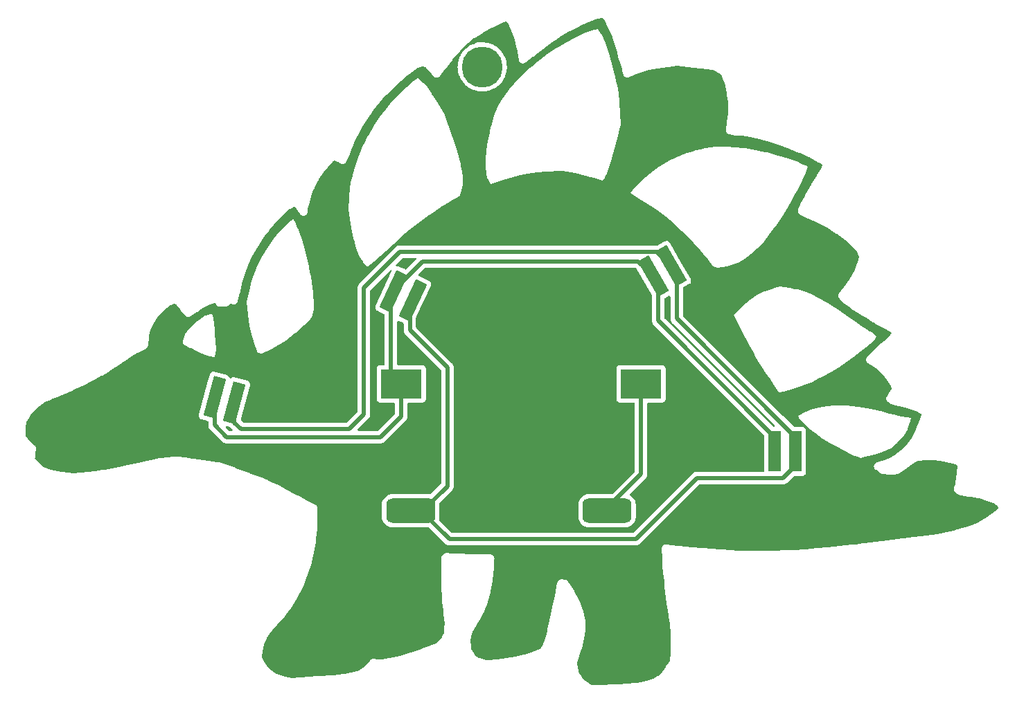
<source format=gbr>
%TF.GenerationSoftware,KiCad,Pcbnew,6.0.7-f9a2dced07~116~ubuntu20.04.1*%
%TF.CreationDate,2022-09-11T18:48:07+02:00*%
%TF.ProjectId,demoDino,64656d6f-4469-46e6-9f2e-6b696361645f,rev?*%
%TF.SameCoordinates,Original*%
%TF.FileFunction,Copper,L2,Bot*%
%TF.FilePolarity,Positive*%
%FSLAX46Y46*%
G04 Gerber Fmt 4.6, Leading zero omitted, Abs format (unit mm)*
G04 Created by KiCad (PCBNEW 6.0.7-f9a2dced07~116~ubuntu20.04.1) date 2022-09-11 18:48:07*
%MOMM*%
%LPD*%
G01*
G04 APERTURE LIST*
G04 Aperture macros list*
%AMRoundRect*
0 Rectangle with rounded corners*
0 $1 Rounding radius*
0 $2 $3 $4 $5 $6 $7 $8 $9 X,Y pos of 4 corners*
0 Add a 4 corners polygon primitive as box body*
4,1,4,$2,$3,$4,$5,$6,$7,$8,$9,$2,$3,0*
0 Add four circle primitives for the rounded corners*
1,1,$1+$1,$2,$3*
1,1,$1+$1,$4,$5*
1,1,$1+$1,$6,$7*
1,1,$1+$1,$8,$9*
0 Add four rect primitives between the rounded corners*
20,1,$1+$1,$2,$3,$4,$5,0*
20,1,$1+$1,$4,$5,$6,$7,0*
20,1,$1+$1,$6,$7,$8,$9,0*
20,1,$1+$1,$8,$9,$2,$3,0*%
%AMRotRect*
0 Rectangle, with rotation*
0 The origin of the aperture is its center*
0 $1 length*
0 $2 width*
0 $3 Rotation angle, in degrees counterclockwise*
0 Add horizontal line*
21,1,$1,$2,0,0,$3*%
G04 Aperture macros list end*
%TA.AperFunction,ComponentPad*%
%ADD10C,5.000000*%
%TD*%
%TA.AperFunction,SMDPad,CuDef*%
%ADD11RotRect,1.524000X5.000000X345.000000*%
%TD*%
%TA.AperFunction,SMDPad,CuDef*%
%ADD12R,5.000000X3.600000*%
%TD*%
%TA.AperFunction,SMDPad,CuDef*%
%ADD13RoundRect,0.750000X2.250000X0.750000X-2.250000X0.750000X-2.250000X-0.750000X2.250000X-0.750000X0*%
%TD*%
%TA.AperFunction,SMDPad,CuDef*%
%ADD14RotRect,1.524000X5.000000X30.000000*%
%TD*%
%TA.AperFunction,SMDPad,CuDef*%
%ADD15R,1.524000X5.000000*%
%TD*%
%TA.AperFunction,SMDPad,CuDef*%
%ADD16RotRect,1.524000X5.000000X335.000000*%
%TD*%
%TA.AperFunction,Conductor*%
%ADD17C,0.500000*%
%TD*%
%TA.AperFunction,Conductor*%
%ADD18C,0.250000*%
%TD*%
G04 APERTURE END LIST*
D10*
%TO.P,svg2mod,*%
%TO.N,*%
X80250000Y-31200000D03*
%TD*%
D11*
%TO.P,D4,1,K*%
%TO.N,Net-(D1-Pad1)*%
X47523275Y-71628275D03*
%TO.P,D4,2,A*%
%TO.N,Net-(D1-Pad2)*%
X49976726Y-72285675D03*
%TD*%
D12*
%TO.P,BT1,1,+*%
%TO.N,Net-(SW1-Pad1)*%
X99650000Y-70000000D03*
%TO.P,BT1,2,-*%
%TO.N,Net-(D1-Pad1)*%
X70350000Y-70000000D03*
%TD*%
D13*
%TO.P,SW1,1*%
%TO.N,Net-(SW1-Pad1)*%
X95500000Y-85500000D03*
%TO.P,SW1,2*%
%TO.N,Net-(D1-Pad2)*%
X71500000Y-85500000D03*
%TD*%
D14*
%TO.P,D2,1,K*%
%TO.N,Net-(D1-Pad1)*%
X101150148Y-56834475D03*
%TO.P,D2,2,A*%
%TO.N,Net-(D1-Pad2)*%
X103349852Y-55564475D03*
%TD*%
D15*
%TO.P,D1,1,K*%
%TO.N,Net-(D1-Pad1)*%
X116000000Y-78250000D03*
%TO.P,D1,2,A*%
%TO.N,Net-(D1-Pad2)*%
X118540000Y-78250000D03*
%TD*%
D16*
%TO.P,D3,1,K*%
%TO.N,Net-(D1-Pad1)*%
X69447978Y-58676550D03*
%TO.P,D3,2,A*%
%TO.N,Net-(D1-Pad2)*%
X71750000Y-59750000D03*
%TD*%
D17*
%TO.N,Net-(D1-Pad2)*%
X76000000Y-82500000D02*
X73000000Y-85500000D01*
X104000000Y-61972000D02*
X104000000Y-56214623D01*
X104000000Y-56214623D02*
X103349852Y-55564475D01*
X118540000Y-76512000D02*
X104000000Y-61972000D01*
X106500000Y-81500000D02*
X117028000Y-81500000D01*
X71750000Y-59750000D02*
X71400000Y-60100000D01*
X50750000Y-75500000D02*
X49976726Y-74726726D01*
X101585377Y-53800000D02*
X70200000Y-53800000D01*
X65800000Y-58200000D02*
X65800000Y-73700000D01*
X64000000Y-75500000D02*
X50750000Y-75500000D01*
X103349852Y-55564475D02*
X101585377Y-53800000D01*
X99000000Y-89000000D02*
X106500000Y-81500000D01*
X71400000Y-63400000D02*
X76000000Y-68000000D01*
X76000000Y-68000000D02*
X76000000Y-82500000D01*
X76250000Y-89000000D02*
X99000000Y-89000000D01*
X49976726Y-74726726D02*
X49976726Y-72285675D01*
X73000000Y-85750000D02*
X76250000Y-89000000D01*
X65800000Y-73700000D02*
X64000000Y-75500000D01*
X117028000Y-81500000D02*
X118540000Y-79988000D01*
X71400000Y-60100000D02*
X71400000Y-63400000D01*
X118540000Y-79988000D02*
X118540000Y-78250000D01*
X118540000Y-78250000D02*
X118540000Y-76512000D01*
X73000000Y-85500000D02*
X73000000Y-85750000D01*
X70200000Y-53800000D02*
X65800000Y-58200000D01*
%TO.N,Net-(SW1-Pad1)*%
X95500000Y-85200000D02*
X95500000Y-85500000D01*
X99650000Y-70000000D02*
X99650000Y-81050000D01*
X99650000Y-81050000D02*
X95500000Y-85200000D01*
%TO.N,Net-(D1-Pad1)*%
X73000000Y-55000000D02*
X99315673Y-55000000D01*
X99315673Y-55000000D02*
X101150148Y-56834475D01*
X69447978Y-58552022D02*
X73000000Y-55000000D01*
X69100000Y-68750000D02*
X69100000Y-59024528D01*
X69250000Y-68750000D02*
X70500000Y-70000000D01*
X69447978Y-58676550D02*
X69447978Y-58552022D01*
X116000000Y-78250000D02*
X116000000Y-76500000D01*
X116000000Y-76500000D02*
X101750000Y-62250000D01*
X47523275Y-75023275D02*
X49000000Y-76500000D01*
X47523275Y-71628275D02*
X47523275Y-75023275D01*
X69447978Y-69097978D02*
X69100000Y-68750000D01*
X69100000Y-59024528D02*
X69447978Y-58676550D01*
X70350000Y-73950000D02*
X70350000Y-70000000D01*
X49000000Y-76500000D02*
X67800000Y-76500000D01*
X67800000Y-76500000D02*
X70350000Y-73950000D01*
X101750000Y-62250000D02*
X101750000Y-57434327D01*
X101750000Y-57434327D02*
X101150148Y-56834475D01*
D18*
X70350000Y-70000000D02*
X69447978Y-69097978D01*
%TD*%
%TA.AperFunction,NonConductor*%
G36*
X72132750Y-54578502D02*
G01*
X72179243Y-54632158D01*
X72189347Y-54702432D01*
X72159853Y-54767012D01*
X72153724Y-54773595D01*
X70957743Y-55969576D01*
X70895431Y-56003602D01*
X70824616Y-55998537D01*
X70815398Y-55994676D01*
X70129243Y-55674717D01*
X69985194Y-55607546D01*
X69955862Y-55597560D01*
X69933462Y-55589934D01*
X69933461Y-55589934D01*
X69925983Y-55587388D01*
X69918106Y-55586775D01*
X69789916Y-55576799D01*
X69723553Y-55551572D01*
X69681363Y-55494471D01*
X69676742Y-55423625D01*
X69710597Y-55362084D01*
X70477276Y-54595405D01*
X70539588Y-54561379D01*
X70566371Y-54558500D01*
X72064629Y-54558500D01*
X72132750Y-54578502D01*
G37*
%TD.AperFunction*%
%TA.AperFunction,NonConductor*%
G36*
X103188587Y-59216550D02*
G01*
X103232474Y-59272358D01*
X103241500Y-59319187D01*
X103241500Y-61904930D01*
X103240067Y-61923880D01*
X103238251Y-61935819D01*
X103236801Y-61945349D01*
X103237394Y-61952641D01*
X103237394Y-61952644D01*
X103241085Y-61998018D01*
X103241500Y-62008233D01*
X103241500Y-62016293D01*
X103241925Y-62019937D01*
X103244789Y-62044507D01*
X103245222Y-62048882D01*
X103251140Y-62121637D01*
X103253396Y-62128601D01*
X103254587Y-62134560D01*
X103255971Y-62140415D01*
X103256818Y-62147681D01*
X103281735Y-62216327D01*
X103283152Y-62220455D01*
X103299416Y-62270658D01*
X103305649Y-62289899D01*
X103309445Y-62296154D01*
X103311951Y-62301628D01*
X103314670Y-62307058D01*
X103317167Y-62313937D01*
X103321180Y-62320057D01*
X103321180Y-62320058D01*
X103357186Y-62374976D01*
X103359523Y-62378680D01*
X103397405Y-62441107D01*
X103401121Y-62445315D01*
X103401122Y-62445316D01*
X103404803Y-62449484D01*
X103404776Y-62449508D01*
X103407429Y-62452500D01*
X103410132Y-62455733D01*
X103414144Y-62461852D01*
X103431416Y-62478214D01*
X103470383Y-62515128D01*
X103472825Y-62517506D01*
X115981724Y-75026405D01*
X116015750Y-75088717D01*
X116010685Y-75159532D01*
X115968138Y-75216368D01*
X115901618Y-75241179D01*
X115892629Y-75241500D01*
X115866371Y-75241500D01*
X115798250Y-75221498D01*
X115777276Y-75204595D01*
X102545405Y-61972724D01*
X102511379Y-61910412D01*
X102508500Y-61883629D01*
X102508500Y-59596892D01*
X102528502Y-59528771D01*
X102571500Y-59487773D01*
X102863500Y-59319187D01*
X103052500Y-59210068D01*
X103121495Y-59193330D01*
X103188587Y-59216550D01*
G37*
%TD.AperFunction*%
%TA.AperFunction,NonConductor*%
G36*
X49059803Y-75154615D02*
G01*
X49398931Y-75245484D01*
X49455415Y-75278096D01*
X49703724Y-75526405D01*
X49737750Y-75588717D01*
X49732685Y-75659532D01*
X49690138Y-75716368D01*
X49623618Y-75741179D01*
X49614629Y-75741500D01*
X49366371Y-75741500D01*
X49298250Y-75721498D01*
X49277276Y-75704595D01*
X48938098Y-75365417D01*
X48904072Y-75303105D01*
X48909137Y-75232290D01*
X48951684Y-75175454D01*
X49018204Y-75150643D01*
X49059803Y-75154615D01*
G37*
%TD.AperFunction*%
%TA.AperFunction,NonConductor*%
G36*
X69115653Y-56061194D02*
G01*
X69172489Y-56103741D01*
X69197300Y-56170261D01*
X69185816Y-56232499D01*
X67219626Y-60449007D01*
X67199469Y-60508218D01*
X67188168Y-60653437D01*
X67190010Y-60662215D01*
X67190010Y-60662218D01*
X67207394Y-60745067D01*
X67218079Y-60795990D01*
X67286797Y-60924418D01*
X67388799Y-61028398D01*
X67405155Y-61038303D01*
X67437728Y-61058031D01*
X67442300Y-61060800D01*
X67445391Y-61062242D01*
X67445396Y-61062244D01*
X67917599Y-61282435D01*
X68053111Y-61345625D01*
X68268750Y-61446179D01*
X68322035Y-61493096D01*
X68341500Y-61560374D01*
X68341500Y-67565500D01*
X68321498Y-67633621D01*
X68267842Y-67680114D01*
X68215500Y-67691500D01*
X67801866Y-67691500D01*
X67739684Y-67698255D01*
X67603295Y-67749385D01*
X67486739Y-67836739D01*
X67399385Y-67953295D01*
X67348255Y-68089684D01*
X67341500Y-68151866D01*
X67341500Y-71848134D01*
X67348255Y-71910316D01*
X67399385Y-72046705D01*
X67486739Y-72163261D01*
X67603295Y-72250615D01*
X67739684Y-72301745D01*
X67801866Y-72308500D01*
X69465500Y-72308500D01*
X69533621Y-72328502D01*
X69580114Y-72382158D01*
X69591500Y-72434500D01*
X69591500Y-73583629D01*
X69571498Y-73651750D01*
X69554595Y-73672724D01*
X67522724Y-75704595D01*
X67460412Y-75738621D01*
X67433629Y-75741500D01*
X65135371Y-75741500D01*
X65067250Y-75721498D01*
X65020757Y-75667842D01*
X65010653Y-75597568D01*
X65040147Y-75532988D01*
X65046276Y-75526405D01*
X66288911Y-74283770D01*
X66303323Y-74271384D01*
X66314918Y-74262851D01*
X66314923Y-74262846D01*
X66320818Y-74258508D01*
X66325557Y-74252930D01*
X66325560Y-74252927D01*
X66355035Y-74218232D01*
X66361965Y-74210716D01*
X66367660Y-74205021D01*
X66385281Y-74182749D01*
X66388072Y-74179345D01*
X66430591Y-74129297D01*
X66430592Y-74129295D01*
X66435333Y-74123715D01*
X66438661Y-74117199D01*
X66442028Y-74112150D01*
X66445195Y-74107021D01*
X66449734Y-74101284D01*
X66480655Y-74035125D01*
X66482561Y-74031225D01*
X66493107Y-74010572D01*
X66515769Y-73966192D01*
X66517508Y-73959084D01*
X66519607Y-73953441D01*
X66521524Y-73947678D01*
X66524622Y-73941050D01*
X66539487Y-73869583D01*
X66540457Y-73865299D01*
X66556473Y-73799845D01*
X66557808Y-73794390D01*
X66558500Y-73783236D01*
X66558536Y-73783238D01*
X66558775Y-73779245D01*
X66559149Y-73775053D01*
X66560640Y-73767885D01*
X66558546Y-73690479D01*
X66558500Y-73687072D01*
X66558500Y-58566371D01*
X66578502Y-58498250D01*
X66595405Y-58477276D01*
X68982526Y-56090155D01*
X69044838Y-56056129D01*
X69115653Y-56061194D01*
G37*
%TD.AperFunction*%
%TA.AperFunction,NonConductor*%
G36*
X99017423Y-55778502D02*
G01*
X99038397Y-55795405D01*
X99132657Y-55889665D01*
X99152681Y-55915760D01*
X100929466Y-58993241D01*
X100974619Y-59071449D01*
X100991500Y-59134449D01*
X100991500Y-62182930D01*
X100990067Y-62201880D01*
X100986801Y-62223349D01*
X100987394Y-62230641D01*
X100987394Y-62230644D01*
X100991085Y-62276018D01*
X100991500Y-62286233D01*
X100991500Y-62294293D01*
X100991925Y-62297937D01*
X100994789Y-62322507D01*
X100995222Y-62326882D01*
X100999972Y-62385272D01*
X101001140Y-62399637D01*
X101003396Y-62406601D01*
X101004587Y-62412560D01*
X101005971Y-62418415D01*
X101006818Y-62425681D01*
X101031735Y-62494327D01*
X101033152Y-62498455D01*
X101047265Y-62542018D01*
X101055649Y-62567899D01*
X101059445Y-62574154D01*
X101061951Y-62579628D01*
X101064670Y-62585058D01*
X101067167Y-62591937D01*
X101071180Y-62598057D01*
X101071180Y-62598058D01*
X101107186Y-62652976D01*
X101109523Y-62656680D01*
X101147405Y-62719107D01*
X101151121Y-62723315D01*
X101151122Y-62723316D01*
X101154803Y-62727484D01*
X101154776Y-62727508D01*
X101157429Y-62730500D01*
X101160132Y-62733733D01*
X101164144Y-62739852D01*
X101169456Y-62744884D01*
X101220383Y-62793128D01*
X101222825Y-62795506D01*
X114692595Y-76265276D01*
X114726621Y-76327588D01*
X114729500Y-76354371D01*
X114729500Y-80615500D01*
X114709498Y-80683621D01*
X114655842Y-80730114D01*
X114603500Y-80741500D01*
X106567070Y-80741500D01*
X106548120Y-80740067D01*
X106533885Y-80737901D01*
X106533881Y-80737901D01*
X106526651Y-80736801D01*
X106519359Y-80737394D01*
X106519356Y-80737394D01*
X106473982Y-80741085D01*
X106463767Y-80741500D01*
X106455707Y-80741500D01*
X106452073Y-80741924D01*
X106452067Y-80741924D01*
X106439042Y-80743443D01*
X106427480Y-80744791D01*
X106423132Y-80745221D01*
X106350364Y-80751140D01*
X106343403Y-80753395D01*
X106337463Y-80754582D01*
X106331588Y-80755971D01*
X106324319Y-80756818D01*
X106255670Y-80781736D01*
X106251542Y-80783153D01*
X106189064Y-80803393D01*
X106189062Y-80803394D01*
X106182101Y-80805649D01*
X106175846Y-80809445D01*
X106170372Y-80811951D01*
X106164942Y-80814670D01*
X106158063Y-80817167D01*
X106151943Y-80821180D01*
X106151942Y-80821180D01*
X106097024Y-80857186D01*
X106093320Y-80859523D01*
X106030893Y-80897405D01*
X106022516Y-80904803D01*
X106022492Y-80904776D01*
X106019500Y-80907429D01*
X106016267Y-80910132D01*
X106010148Y-80914144D01*
X106005116Y-80919456D01*
X105956872Y-80970383D01*
X105954494Y-80972825D01*
X98722724Y-88204595D01*
X98660412Y-88238621D01*
X98633629Y-88241500D01*
X76616371Y-88241500D01*
X76548250Y-88221498D01*
X76527276Y-88204595D01*
X75002831Y-86680150D01*
X74968805Y-86617838D01*
X74969885Y-86559720D01*
X74995642Y-86459404D01*
X74995642Y-86459402D01*
X74996978Y-86454200D01*
X75008500Y-86312542D01*
X91991500Y-86312542D01*
X92003022Y-86454200D01*
X92058890Y-86671794D01*
X92152409Y-86876055D01*
X92280620Y-87060527D01*
X92439473Y-87219380D01*
X92623945Y-87347591D01*
X92828206Y-87441110D01*
X93045800Y-87496978D01*
X93099705Y-87501362D01*
X93184908Y-87508293D01*
X93184918Y-87508293D01*
X93187458Y-87508500D01*
X97812542Y-87508500D01*
X97815082Y-87508293D01*
X97815092Y-87508293D01*
X97900295Y-87501362D01*
X97954200Y-87496978D01*
X98171794Y-87441110D01*
X98376055Y-87347591D01*
X98560527Y-87219380D01*
X98719380Y-87060527D01*
X98847591Y-86876055D01*
X98941110Y-86671794D01*
X98996978Y-86454200D01*
X99008500Y-86312542D01*
X99008500Y-84687458D01*
X98996978Y-84545800D01*
X98941110Y-84328206D01*
X98847591Y-84123945D01*
X98719380Y-83939473D01*
X98560527Y-83780620D01*
X98376055Y-83652409D01*
X98365436Y-83647547D01*
X98311825Y-83601006D01*
X98291887Y-83532866D01*
X98311953Y-83464764D01*
X98328792Y-83443889D01*
X100138911Y-81633770D01*
X100153323Y-81621384D01*
X100164918Y-81612851D01*
X100164923Y-81612846D01*
X100170818Y-81608508D01*
X100175557Y-81602930D01*
X100175560Y-81602927D01*
X100205035Y-81568232D01*
X100211965Y-81560716D01*
X100217660Y-81555021D01*
X100235281Y-81532749D01*
X100238072Y-81529345D01*
X100280591Y-81479297D01*
X100280592Y-81479295D01*
X100285333Y-81473715D01*
X100288661Y-81467199D01*
X100292028Y-81462150D01*
X100295195Y-81457021D01*
X100299734Y-81451284D01*
X100330655Y-81385125D01*
X100332561Y-81381225D01*
X100338459Y-81369675D01*
X100365769Y-81316192D01*
X100367508Y-81309084D01*
X100369607Y-81303441D01*
X100371524Y-81297678D01*
X100374622Y-81291050D01*
X100389487Y-81219583D01*
X100390457Y-81215299D01*
X100406473Y-81149845D01*
X100407808Y-81144390D01*
X100408500Y-81133236D01*
X100408536Y-81133238D01*
X100408775Y-81129245D01*
X100409149Y-81125053D01*
X100410640Y-81117885D01*
X100408546Y-81040479D01*
X100408500Y-81037072D01*
X100408500Y-72434500D01*
X100428502Y-72366379D01*
X100482158Y-72319886D01*
X100534500Y-72308500D01*
X102198134Y-72308500D01*
X102260316Y-72301745D01*
X102396705Y-72250615D01*
X102513261Y-72163261D01*
X102600615Y-72046705D01*
X102651745Y-71910316D01*
X102658500Y-71848134D01*
X102658500Y-68151866D01*
X102651745Y-68089684D01*
X102600615Y-67953295D01*
X102513261Y-67836739D01*
X102396705Y-67749385D01*
X102260316Y-67698255D01*
X102198134Y-67691500D01*
X97101866Y-67691500D01*
X97039684Y-67698255D01*
X96903295Y-67749385D01*
X96786739Y-67836739D01*
X96699385Y-67953295D01*
X96648255Y-68089684D01*
X96641500Y-68151866D01*
X96641500Y-71848134D01*
X96648255Y-71910316D01*
X96699385Y-72046705D01*
X96786739Y-72163261D01*
X96903295Y-72250615D01*
X97039684Y-72301745D01*
X97101866Y-72308500D01*
X98765500Y-72308500D01*
X98833621Y-72328502D01*
X98880114Y-72382158D01*
X98891500Y-72434500D01*
X98891500Y-80683629D01*
X98871498Y-80751750D01*
X98854595Y-80772724D01*
X96172724Y-83454595D01*
X96110412Y-83488621D01*
X96083629Y-83491500D01*
X93187458Y-83491500D01*
X93184918Y-83491707D01*
X93184908Y-83491707D01*
X93099705Y-83498638D01*
X93045800Y-83503022D01*
X93040605Y-83504356D01*
X93040604Y-83504356D01*
X92833639Y-83557495D01*
X92828206Y-83558890D01*
X92623945Y-83652409D01*
X92439473Y-83780620D01*
X92280620Y-83939473D01*
X92152409Y-84123945D01*
X92058890Y-84328206D01*
X92003022Y-84545800D01*
X91991500Y-84687458D01*
X91991500Y-86312542D01*
X75008500Y-86312542D01*
X75008500Y-84687458D01*
X75003952Y-84631548D01*
X75018365Y-84562032D01*
X75040442Y-84532239D01*
X76488911Y-83083770D01*
X76503323Y-83071384D01*
X76514918Y-83062851D01*
X76514923Y-83062846D01*
X76520818Y-83058508D01*
X76525557Y-83052930D01*
X76525560Y-83052927D01*
X76555035Y-83018232D01*
X76561965Y-83010716D01*
X76567661Y-83005020D01*
X76569924Y-83002159D01*
X76569929Y-83002154D01*
X76585293Y-82982734D01*
X76588082Y-82979333D01*
X76606580Y-82957559D01*
X76635333Y-82923715D01*
X76638659Y-82917202D01*
X76642020Y-82912163D01*
X76645196Y-82907021D01*
X76649734Y-82901284D01*
X76680655Y-82835125D01*
X76682561Y-82831225D01*
X76715769Y-82766192D01*
X76717508Y-82759083D01*
X76719604Y-82753449D01*
X76721523Y-82747679D01*
X76724622Y-82741050D01*
X76739491Y-82669565D01*
X76740461Y-82665282D01*
X76757808Y-82594390D01*
X76758500Y-82583236D01*
X76758535Y-82583238D01*
X76758775Y-82579266D01*
X76759152Y-82575045D01*
X76760641Y-82567885D01*
X76758546Y-82490458D01*
X76758500Y-82487050D01*
X76758500Y-68067063D01*
X76759933Y-68048114D01*
X76762097Y-68033886D01*
X76763198Y-68026651D01*
X76758915Y-67973990D01*
X76758500Y-67963777D01*
X76758500Y-67955707D01*
X76758078Y-67952087D01*
X76758077Y-67952069D01*
X76755208Y-67927461D01*
X76754775Y-67923086D01*
X76749454Y-67857661D01*
X76749453Y-67857658D01*
X76748860Y-67850363D01*
X76746604Y-67843399D01*
X76745413Y-67837440D01*
X76744029Y-67831585D01*
X76743182Y-67824319D01*
X76718265Y-67755673D01*
X76716848Y-67751545D01*
X76696607Y-67689064D01*
X76696606Y-67689062D01*
X76694351Y-67682101D01*
X76690555Y-67675846D01*
X76688049Y-67670372D01*
X76685330Y-67664942D01*
X76682833Y-67658063D01*
X76642809Y-67597016D01*
X76640472Y-67593312D01*
X76605509Y-67535693D01*
X76605505Y-67535688D01*
X76602595Y-67530892D01*
X76595197Y-67522516D01*
X76595223Y-67522493D01*
X76592574Y-67519503D01*
X76589866Y-67516264D01*
X76585856Y-67510148D01*
X76580549Y-67505121D01*
X76580546Y-67505117D01*
X76529617Y-67456872D01*
X76527175Y-67454494D01*
X72195405Y-63122724D01*
X72161379Y-63060412D01*
X72158500Y-63033629D01*
X72158500Y-61908162D01*
X72170305Y-61854912D01*
X72226036Y-61735396D01*
X73978352Y-57977543D01*
X73998509Y-57918332D01*
X74008663Y-57787850D01*
X74009114Y-57782060D01*
X74009114Y-57782058D01*
X74009810Y-57773113D01*
X74007654Y-57762835D01*
X73981743Y-57639347D01*
X73981742Y-57639345D01*
X73979899Y-57630560D01*
X73975513Y-57622362D01*
X73915416Y-57510047D01*
X73911181Y-57502132D01*
X73904896Y-57495725D01*
X73814712Y-57403792D01*
X73814711Y-57403791D01*
X73809179Y-57398152D01*
X73755678Y-57365750D01*
X73752587Y-57364308D01*
X73752582Y-57364306D01*
X72521549Y-56790267D01*
X72468264Y-56743350D01*
X72448803Y-56675072D01*
X72469345Y-56607113D01*
X72485704Y-56586977D01*
X73277276Y-55795405D01*
X73339588Y-55761379D01*
X73366371Y-55758500D01*
X98949302Y-55758500D01*
X99017423Y-55778502D01*
G37*
%TD.AperFunction*%
%TA.AperFunction,NonConductor*%
G36*
X94955439Y-25198241D02*
G01*
X95013589Y-25238974D01*
X95018435Y-25245455D01*
X95253798Y-25582272D01*
X95263523Y-25598718D01*
X95693309Y-26470291D01*
X95696967Y-26478422D01*
X96133152Y-27547604D01*
X96136393Y-27556489D01*
X96462666Y-28567148D01*
X96464210Y-28572303D01*
X96716213Y-29484411D01*
X96717729Y-29490481D01*
X96718282Y-29492954D01*
X96718975Y-29497779D01*
X96720402Y-29502439D01*
X96720402Y-29502440D01*
X96728010Y-29527288D01*
X96728981Y-29530622D01*
X96736380Y-29557403D01*
X96738177Y-29561516D01*
X96739551Y-29565393D01*
X96741273Y-29570608D01*
X96966054Y-30304780D01*
X96966129Y-30305027D01*
X96977918Y-30343817D01*
X97323822Y-31481932D01*
X97337619Y-31527329D01*
X97338754Y-31531297D01*
X97471309Y-32025313D01*
X97483806Y-32071889D01*
X97487546Y-32092625D01*
X97489421Y-32112364D01*
X97492744Y-32120703D01*
X97503324Y-32147255D01*
X97505340Y-32152672D01*
X97505971Y-32154493D01*
X97507130Y-32158815D01*
X97508894Y-32162936D01*
X97508894Y-32162937D01*
X97518128Y-32184514D01*
X97519339Y-32187444D01*
X97543340Y-32247674D01*
X97547359Y-32252813D01*
X97549927Y-32258814D01*
X97591150Y-32308874D01*
X97593137Y-32311349D01*
X97633069Y-32362412D01*
X97638369Y-32366217D01*
X97642518Y-32371255D01*
X97696147Y-32407743D01*
X97698677Y-32409511D01*
X97751394Y-32447355D01*
X97757551Y-32449520D01*
X97762945Y-32453190D01*
X97786065Y-32460671D01*
X97824630Y-32473150D01*
X97827633Y-32474164D01*
X97888804Y-32495674D01*
X97895319Y-32496024D01*
X97901528Y-32498033D01*
X97929349Y-32498825D01*
X97966321Y-32499877D01*
X97969491Y-32500007D01*
X98025290Y-32503003D01*
X98025292Y-32503003D01*
X98034252Y-32503484D01*
X98040607Y-32501990D01*
X98047127Y-32502176D01*
X98055805Y-32499904D01*
X98055808Y-32499904D01*
X98092649Y-32490260D01*
X98109868Y-32485752D01*
X98112931Y-32484992D01*
X98126596Y-32481780D01*
X98143201Y-32477877D01*
X98147702Y-32476052D01*
X98148182Y-32475899D01*
X98154471Y-32474077D01*
X98179350Y-32467564D01*
X98179356Y-32467562D01*
X98188037Y-32465289D01*
X98208402Y-32453067D01*
X98225876Y-32444346D01*
X98676779Y-32261469D01*
X99036991Y-32115375D01*
X99041751Y-32113555D01*
X99768004Y-31852676D01*
X99823068Y-31832896D01*
X99832289Y-31829979D01*
X100690107Y-31594412D01*
X100698102Y-31592495D01*
X101058035Y-31518558D01*
X101676887Y-31391434D01*
X101683275Y-31390292D01*
X102818371Y-31217472D01*
X102820961Y-31217106D01*
X103645954Y-31108972D01*
X103968411Y-31066707D01*
X103997949Y-31066328D01*
X106066977Y-31283709D01*
X106068488Y-31283878D01*
X107736429Y-31481249D01*
X107747896Y-31483147D01*
X108337328Y-31608913D01*
X108726432Y-31691936D01*
X108760156Y-31704375D01*
X109216828Y-31951791D01*
X109259669Y-31989811D01*
X109499315Y-32328614D01*
X109539092Y-32384850D01*
X109554378Y-32413843D01*
X109707286Y-32826641D01*
X109846391Y-33202172D01*
X109850682Y-33216221D01*
X110131141Y-34371763D01*
X110133826Y-34386698D01*
X110164566Y-34646894D01*
X110273160Y-35566077D01*
X110282271Y-35643199D01*
X110283139Y-35657250D01*
X110284997Y-35980200D01*
X110290128Y-36872170D01*
X110289011Y-36889653D01*
X110149281Y-37930930D01*
X110148809Y-37933754D01*
X110148079Y-37936343D01*
X110144650Y-37964681D01*
X110143816Y-37971576D01*
X110143609Y-37973197D01*
X110140407Y-37997063D01*
X110139300Y-38005311D01*
X110139324Y-38007990D01*
X110139057Y-38010907D01*
X110034438Y-38875545D01*
X110033193Y-38883626D01*
X110023453Y-38935540D01*
X110028232Y-38983638D01*
X110028818Y-38993323D01*
X110029873Y-39041645D01*
X110032581Y-39050205D01*
X110033522Y-39055890D01*
X110035584Y-39065923D01*
X110036968Y-39071549D01*
X110037856Y-39080484D01*
X110041216Y-39088811D01*
X110055932Y-39125281D01*
X110059220Y-39134432D01*
X110073797Y-39180521D01*
X110078799Y-39187978D01*
X110081297Y-39193169D01*
X110086119Y-39202271D01*
X110089000Y-39207236D01*
X110092359Y-39215560D01*
X110122290Y-39253494D01*
X110128005Y-39261340D01*
X110154933Y-39301488D01*
X110161823Y-39307239D01*
X110165697Y-39311541D01*
X110172828Y-39318870D01*
X110177021Y-39322859D01*
X110182583Y-39329909D01*
X110221963Y-39357921D01*
X110229646Y-39363846D01*
X110266760Y-39394822D01*
X110274994Y-39398411D01*
X110279896Y-39401438D01*
X110288829Y-39406490D01*
X110293960Y-39409135D01*
X110301275Y-39414339D01*
X110309756Y-39417280D01*
X110309760Y-39417282D01*
X110346921Y-39430168D01*
X110355980Y-39433707D01*
X110392055Y-39449430D01*
X110392060Y-39449431D01*
X110400287Y-39453017D01*
X110453999Y-39459850D01*
X110456689Y-39460192D01*
X110463264Y-39461206D01*
X111144743Y-39584753D01*
X111150579Y-39585954D01*
X111170159Y-39590469D01*
X111170162Y-39590469D01*
X111174904Y-39591563D01*
X111179764Y-39591914D01*
X111179769Y-39591915D01*
X111180485Y-39591967D01*
X111187430Y-39592845D01*
X111187433Y-39592815D01*
X111191883Y-39593299D01*
X111196302Y-39594100D01*
X111200787Y-39594267D01*
X111200791Y-39594267D01*
X111222232Y-39595063D01*
X111226641Y-39595304D01*
X112006150Y-39651660D01*
X112016171Y-39652789D01*
X113007616Y-39804896D01*
X113014374Y-39806122D01*
X114079811Y-40029593D01*
X114086910Y-40031298D01*
X115069622Y-40297669D01*
X115076190Y-40299643D01*
X116423945Y-40744986D01*
X116427367Y-40746172D01*
X117764792Y-41231738D01*
X117768241Y-41233048D01*
X118979580Y-41713421D01*
X118984053Y-41715295D01*
X119105192Y-41768817D01*
X119954332Y-42143988D01*
X119962602Y-42148009D01*
X120177948Y-42262634D01*
X120598736Y-42486613D01*
X120603471Y-42489266D01*
X121280745Y-42888110D01*
X121288117Y-42892803D01*
X121298666Y-42900045D01*
X121298669Y-42900047D01*
X121302674Y-42902796D01*
X121314061Y-42908257D01*
X121323505Y-42913291D01*
X121327829Y-42915838D01*
X121327838Y-42915843D01*
X121331692Y-42918112D01*
X121348798Y-42925143D01*
X121355376Y-42928069D01*
X121759968Y-43122085D01*
X121812743Y-43169576D01*
X121831465Y-43238059D01*
X121816999Y-43294359D01*
X121693679Y-43528772D01*
X121638369Y-43633908D01*
X121633407Y-43642500D01*
X121277552Y-44206263D01*
X121190682Y-44343886D01*
X121186199Y-44350160D01*
X121186209Y-44350167D01*
X121183462Y-44354177D01*
X121180405Y-44357973D01*
X121177972Y-44362188D01*
X121177965Y-44362199D01*
X121166879Y-44381410D01*
X121164312Y-44385661D01*
X121151535Y-44405904D01*
X121149706Y-44409992D01*
X121148795Y-44411691D01*
X121144126Y-44420839D01*
X121107383Y-44484506D01*
X120479175Y-45573063D01*
X120476796Y-45576919D01*
X120474483Y-45579903D01*
X120458134Y-45609483D01*
X120457059Y-45611388D01*
X120441692Y-45638014D01*
X120440290Y-45641510D01*
X120438141Y-45645654D01*
X120078480Y-46296368D01*
X119738240Y-46911945D01*
X119735527Y-46916543D01*
X119733007Y-46919938D01*
X119730739Y-46924250D01*
X119730737Y-46924254D01*
X119717627Y-46949185D01*
X119716420Y-46951425D01*
X119701923Y-46977652D01*
X119700431Y-46981584D01*
X119697981Y-46986543D01*
X119602015Y-47169029D01*
X119146589Y-48035052D01*
X119141116Y-48044450D01*
X119134554Y-48054677D01*
X119132585Y-48059135D01*
X119127280Y-48071142D01*
X119123545Y-48078872D01*
X119116619Y-48092042D01*
X119115115Y-48096269D01*
X119112274Y-48104253D01*
X119108821Y-48112924D01*
X119035735Y-48278354D01*
X118889358Y-48609677D01*
X118886486Y-48615737D01*
X118860846Y-48666308D01*
X118859197Y-48675133D01*
X118852660Y-48710111D01*
X118850111Y-48721033D01*
X118844856Y-48739747D01*
X118838059Y-48763950D01*
X118838155Y-48772923D01*
X118838155Y-48772924D01*
X118838173Y-48774568D01*
X118836035Y-48799068D01*
X118834088Y-48809487D01*
X118834981Y-48818414D01*
X118834981Y-48818418D01*
X118838524Y-48853828D01*
X118839143Y-48865017D01*
X118839622Y-48909599D01*
X118842233Y-48918183D01*
X118842233Y-48918186D01*
X118842710Y-48919755D01*
X118847534Y-48943864D01*
X118848590Y-48954421D01*
X118865298Y-48995743D01*
X118869030Y-49006303D01*
X118882000Y-49048955D01*
X118887814Y-49057836D01*
X118899212Y-49079624D01*
X118903188Y-49089459D01*
X118908755Y-49096504D01*
X118930814Y-49124421D01*
X118937362Y-49133511D01*
X118961787Y-49170817D01*
X118968615Y-49176646D01*
X118968619Y-49176650D01*
X118969859Y-49177708D01*
X118986914Y-49195421D01*
X118993491Y-49203745D01*
X119000808Y-49208942D01*
X119029829Y-49229556D01*
X119038669Y-49236447D01*
X119072570Y-49265386D01*
X119080755Y-49269062D01*
X119128038Y-49290297D01*
X119132708Y-49292510D01*
X119214970Y-49333589D01*
X120067301Y-49759212D01*
X120077326Y-49764803D01*
X120082204Y-49767823D01*
X120082213Y-49767828D01*
X120086346Y-49770386D01*
X120090828Y-49772280D01*
X120104336Y-49777988D01*
X120111565Y-49781316D01*
X120126252Y-49788650D01*
X120137079Y-49792249D01*
X120146366Y-49795748D01*
X121239637Y-50257719D01*
X121250627Y-50263003D01*
X121403469Y-50345835D01*
X122400967Y-50886422D01*
X122409202Y-50891298D01*
X123545754Y-51623976D01*
X123553173Y-51629145D01*
X124591122Y-52409046D01*
X124599216Y-52415672D01*
X125453111Y-53176043D01*
X125463918Y-53186914D01*
X126039596Y-53841250D01*
X126056636Y-53866061D01*
X126253651Y-54242573D01*
X126267012Y-54316829D01*
X126198627Y-54856527D01*
X126191277Y-54885789D01*
X125769183Y-55986862D01*
X125762957Y-56000587D01*
X125128572Y-57202198D01*
X125119247Y-57217208D01*
X124424346Y-58178114D01*
X124419555Y-58184322D01*
X124396024Y-58212928D01*
X123892590Y-58824949D01*
X123890094Y-58827983D01*
X123877897Y-58840847D01*
X123856980Y-58860008D01*
X123819402Y-58922035D01*
X123781793Y-58983916D01*
X123781698Y-58984272D01*
X123781507Y-58984587D01*
X123762839Y-59054703D01*
X123747687Y-59111292D01*
X123744119Y-59124617D01*
X123744127Y-59124984D01*
X123744032Y-59125342D01*
X123744245Y-59134122D01*
X123744245Y-59134125D01*
X123744460Y-59142959D01*
X123745782Y-59197377D01*
X123747448Y-59270236D01*
X123747560Y-59270589D01*
X123747569Y-59270956D01*
X123750263Y-59279401D01*
X123750263Y-59279403D01*
X123769418Y-59339454D01*
X123769472Y-59339624D01*
X123785482Y-59390061D01*
X123791515Y-59409069D01*
X123791722Y-59409377D01*
X123791833Y-59409725D01*
X123796791Y-59417078D01*
X123796792Y-59417080D01*
X123826072Y-59460503D01*
X123832284Y-59469716D01*
X123872776Y-59529952D01*
X123897590Y-59550619D01*
X123909334Y-59561754D01*
X124123369Y-59792557D01*
X124206956Y-59882693D01*
X124210808Y-59887364D01*
X124213359Y-59892160D01*
X124238295Y-59917702D01*
X124259634Y-59939559D01*
X124261835Y-59941871D01*
X124280086Y-59961552D01*
X124283562Y-59964367D01*
X124284836Y-59965559D01*
X124287788Y-59968448D01*
X124288144Y-59968760D01*
X124291543Y-59972242D01*
X124295443Y-59975164D01*
X124295446Y-59975166D01*
X124312752Y-59988130D01*
X124316518Y-59991064D01*
X124357630Y-60024366D01*
X124357637Y-60024370D01*
X124364608Y-60030017D01*
X124371835Y-60033042D01*
X124380165Y-60038628D01*
X124559258Y-60172785D01*
X125254967Y-60693934D01*
X125264772Y-60702085D01*
X125266578Y-60703748D01*
X125266586Y-60703755D01*
X125270165Y-60707050D01*
X125274213Y-60709759D01*
X125289072Y-60719703D01*
X125294520Y-60723562D01*
X125310262Y-60735354D01*
X125314194Y-60737506D01*
X125314198Y-60737508D01*
X125317375Y-60739246D01*
X125326972Y-60745067D01*
X126568024Y-61575620D01*
X126574080Y-61580199D01*
X126574095Y-61580179D01*
X126578034Y-61583039D01*
X126581744Y-61586197D01*
X126585897Y-61588748D01*
X126585902Y-61588751D01*
X126604959Y-61600454D01*
X126609069Y-61603089D01*
X126629134Y-61616517D01*
X126633161Y-61618450D01*
X126635265Y-61619651D01*
X126643760Y-61624282D01*
X127116276Y-61914460D01*
X127974982Y-62441802D01*
X127985658Y-62449141D01*
X127991063Y-62453281D01*
X128011508Y-62464428D01*
X128017095Y-62467665D01*
X128030449Y-62475866D01*
X128030453Y-62475868D01*
X128034273Y-62478214D01*
X128038386Y-62479994D01*
X128038393Y-62479998D01*
X128041251Y-62481235D01*
X128051514Y-62486241D01*
X128439714Y-62697899D01*
X129225661Y-63126422D01*
X129230078Y-63128997D01*
X129233374Y-63131418D01*
X129237689Y-63133659D01*
X129237695Y-63133663D01*
X129262871Y-63146739D01*
X129265112Y-63147932D01*
X129291554Y-63162349D01*
X129295371Y-63163772D01*
X129300144Y-63166099D01*
X130177017Y-63621553D01*
X130228250Y-63670702D01*
X130244777Y-63739749D01*
X130226263Y-63799380D01*
X130111135Y-63986560D01*
X130091681Y-64010853D01*
X129364059Y-64718846D01*
X129025645Y-65048131D01*
X129024488Y-65049243D01*
X127336161Y-66650683D01*
X127331579Y-66654820D01*
X127287548Y-66692650D01*
X127265758Y-66726163D01*
X127263950Y-66728943D01*
X127257122Y-66738446D01*
X127230248Y-66772398D01*
X127225776Y-66783432D01*
X127214635Y-66804789D01*
X127208149Y-66814764D01*
X127205566Y-66823358D01*
X127205565Y-66823359D01*
X127195685Y-66856225D01*
X127191795Y-66867274D01*
X127175536Y-66907389D01*
X127174635Y-66916318D01*
X127174341Y-66919230D01*
X127169643Y-66942853D01*
X127168801Y-66945653D01*
X127168800Y-66945659D01*
X127166216Y-66954255D01*
X127166148Y-66963235D01*
X127166148Y-66963236D01*
X127165889Y-66997543D01*
X127165256Y-67009241D01*
X127160910Y-67052311D01*
X127162552Y-67061138D01*
X127163087Y-67064013D01*
X127165208Y-67088006D01*
X127165118Y-67099909D01*
X127167573Y-67108544D01*
X127167573Y-67108547D01*
X127176954Y-67141549D01*
X127179630Y-67152957D01*
X127187546Y-67195512D01*
X127191597Y-67203518D01*
X127191598Y-67203522D01*
X127192922Y-67206138D01*
X127201690Y-67228567D01*
X127202490Y-67231380D01*
X127204945Y-67240016D01*
X127209723Y-67247613D01*
X127209724Y-67247615D01*
X127227990Y-67276657D01*
X127233757Y-67286849D01*
X127253304Y-67325482D01*
X127261445Y-67334170D01*
X127276158Y-67353240D01*
X127282494Y-67363313D01*
X127314895Y-67392011D01*
X127323293Y-67400177D01*
X127346759Y-67425221D01*
X127346762Y-67425223D01*
X127352897Y-67431771D01*
X127360618Y-67436330D01*
X127360626Y-67436337D01*
X127406475Y-67463412D01*
X127410441Y-67465854D01*
X128110539Y-67914993D01*
X128122446Y-67923653D01*
X128297157Y-68067063D01*
X128952383Y-68604899D01*
X128967146Y-68619185D01*
X129240801Y-68931084D01*
X129713342Y-69469664D01*
X129725398Y-69485858D01*
X130197880Y-70239862D01*
X130214360Y-70280584D01*
X130271764Y-70550795D01*
X130266355Y-70621585D01*
X130255258Y-70643925D01*
X129949788Y-71130980D01*
X129947523Y-71134463D01*
X129746230Y-71433068D01*
X129741489Y-71439324D01*
X129736545Y-71443702D01*
X129702409Y-71497963D01*
X129700283Y-71501227D01*
X129686154Y-71522186D01*
X129684198Y-71526226D01*
X129681966Y-71530106D01*
X129681850Y-71530039D01*
X129679052Y-71535089D01*
X129658982Y-71566991D01*
X129654186Y-71583858D01*
X129646399Y-71604299D01*
X129638754Y-71620088D01*
X129637268Y-71628938D01*
X129632511Y-71657256D01*
X129629447Y-71670845D01*
X129621596Y-71698453D01*
X129621595Y-71698461D01*
X129619140Y-71707094D01*
X129619207Y-71716072D01*
X129619270Y-71724636D01*
X129617533Y-71746438D01*
X129614628Y-71763733D01*
X129615686Y-71772647D01*
X129619067Y-71801143D01*
X129619942Y-71815050D01*
X129620221Y-71852748D01*
X129622802Y-71861337D01*
X129622803Y-71861344D01*
X129625269Y-71869550D01*
X129629721Y-71890962D01*
X129630729Y-71899458D01*
X129630731Y-71899465D01*
X129631788Y-71908376D01*
X129635305Y-71916635D01*
X129646549Y-71943040D01*
X129651291Y-71956143D01*
X129662139Y-71992243D01*
X129667031Y-71999768D01*
X129667032Y-71999771D01*
X129671697Y-72006947D01*
X129681980Y-72026248D01*
X129688854Y-72042390D01*
X129712766Y-72071537D01*
X129720976Y-72082756D01*
X129741524Y-72114366D01*
X129754828Y-72125799D01*
X129770115Y-72141440D01*
X129781240Y-72155000D01*
X129788650Y-72160061D01*
X129788652Y-72160063D01*
X129812354Y-72176252D01*
X129820862Y-72182780D01*
X129822712Y-72184137D01*
X129826406Y-72187311D01*
X129847505Y-72200406D01*
X129852083Y-72203389D01*
X129901518Y-72237154D01*
X129910037Y-72239928D01*
X129920818Y-72245905D01*
X130147375Y-72386511D01*
X130227720Y-72436375D01*
X130243023Y-72447549D01*
X130255410Y-72458110D01*
X130255413Y-72458112D01*
X130262242Y-72463934D01*
X130296722Y-72479393D01*
X130298171Y-72480098D01*
X130299627Y-72481002D01*
X130303664Y-72482772D01*
X130330153Y-72494387D01*
X130331079Y-72494797D01*
X130364366Y-72509721D01*
X130366022Y-72510174D01*
X130367535Y-72510776D01*
X130391022Y-72521074D01*
X130391024Y-72521075D01*
X130399245Y-72524679D01*
X130428181Y-72528424D01*
X130445247Y-72531846D01*
X131888794Y-72926724D01*
X131892387Y-72927765D01*
X133225303Y-73336004D01*
X133241366Y-73342153D01*
X133837634Y-73618478D01*
X133891029Y-73665268D01*
X133910652Y-73733499D01*
X133905041Y-73769987D01*
X133724008Y-74356012D01*
X133721769Y-74362606D01*
X133283407Y-75544129D01*
X133277536Y-75557515D01*
X132752683Y-76587147D01*
X132742640Y-76603600D01*
X132217658Y-77331789D01*
X132151600Y-77423417D01*
X132134005Y-77443093D01*
X132005369Y-77559669D01*
X131398849Y-78109327D01*
X131392595Y-78114635D01*
X131066637Y-78373484D01*
X130610505Y-78735706D01*
X130588505Y-78749728D01*
X130014288Y-79036836D01*
X130007586Y-79039944D01*
X129617670Y-79206997D01*
X129156054Y-79404768D01*
X129139319Y-79410583D01*
X128539638Y-79572714D01*
X128521902Y-79576167D01*
X128503511Y-79578394D01*
X128503509Y-79578394D01*
X128494603Y-79579473D01*
X128460544Y-79594074D01*
X128460341Y-79594153D01*
X128460083Y-79594223D01*
X128427828Y-79608100D01*
X128360728Y-79636866D01*
X128360470Y-79637079D01*
X128360165Y-79637210D01*
X128353267Y-79642913D01*
X128353261Y-79642916D01*
X128304555Y-79683179D01*
X128304432Y-79683282D01*
X128248344Y-79729527D01*
X128248156Y-79729803D01*
X128247900Y-79730015D01*
X128207267Y-79789981D01*
X128166483Y-79850005D01*
X128166381Y-79850321D01*
X128166194Y-79850597D01*
X128163470Y-79859072D01*
X128143956Y-79919772D01*
X128143907Y-79919925D01*
X128124470Y-79980122D01*
X128124469Y-79980126D01*
X128121728Y-79988616D01*
X128121719Y-79988946D01*
X128121616Y-79989266D01*
X128121378Y-79998216D01*
X128121378Y-79998218D01*
X128119687Y-80061929D01*
X128119682Y-80062092D01*
X128119245Y-80077808D01*
X128117674Y-80134217D01*
X128117759Y-80134540D01*
X128117750Y-80134873D01*
X128120035Y-80143534D01*
X128120035Y-80143535D01*
X128121406Y-80148730D01*
X128136307Y-80205216D01*
X128154649Y-80275103D01*
X128154819Y-80275386D01*
X128154905Y-80275712D01*
X128192516Y-80338113D01*
X128229679Y-80399950D01*
X128229925Y-80400177D01*
X128230096Y-80400461D01*
X128283421Y-80449532D01*
X128311937Y-80475841D01*
X128312160Y-80475990D01*
X128312333Y-80476138D01*
X128337278Y-80499093D01*
X128365443Y-80513026D01*
X128379743Y-80521310D01*
X128948923Y-80902987D01*
X128949931Y-80903670D01*
X129003487Y-80940339D01*
X129003489Y-80940340D01*
X129010891Y-80945408D01*
X129019417Y-80948195D01*
X129019420Y-80948196D01*
X129040077Y-80954947D01*
X129055555Y-80961168D01*
X129083233Y-80974485D01*
X129092092Y-80975951D01*
X129092093Y-80975951D01*
X129106465Y-80978329D01*
X129116835Y-80980044D01*
X129116927Y-80980063D01*
X129117272Y-80980176D01*
X129139891Y-80983859D01*
X129226937Y-80998261D01*
X129227575Y-80998184D01*
X129228229Y-80998244D01*
X129966923Y-81118528D01*
X129986813Y-81123455D01*
X130006993Y-81130239D01*
X130029208Y-81131124D01*
X130044930Y-81131750D01*
X130050252Y-81132096D01*
X130054314Y-81132758D01*
X130058796Y-81132844D01*
X130058797Y-81132844D01*
X130061936Y-81132904D01*
X130083778Y-81133323D01*
X130086309Y-81133398D01*
X130118823Y-81134693D01*
X130122932Y-81134220D01*
X130128069Y-81134173D01*
X130154090Y-81134672D01*
X130154091Y-81134672D01*
X130163066Y-81134844D01*
X130187402Y-81128231D01*
X130206014Y-81124652D01*
X130748314Y-81062198D01*
X130875993Y-81047494D01*
X130885915Y-81046874D01*
X130893640Y-81047901D01*
X130902517Y-81046538D01*
X130902518Y-81046538D01*
X130918624Y-81044065D01*
X130954838Y-81038504D01*
X130959523Y-81037875D01*
X130982893Y-81035183D01*
X130987236Y-81034042D01*
X130991630Y-81033216D01*
X130991631Y-81033222D01*
X130998439Y-81031809D01*
X131009357Y-81030133D01*
X131028741Y-81027157D01*
X131028743Y-81027157D01*
X131037610Y-81025795D01*
X131045741Y-81021998D01*
X131045742Y-81021998D01*
X131051728Y-81019203D01*
X131073026Y-81011504D01*
X131079414Y-81009826D01*
X131079416Y-81009825D01*
X131088096Y-81007545D01*
X131095783Y-81002922D01*
X131095789Y-81002920D01*
X131122064Y-80987119D01*
X131133671Y-80980941D01*
X131139018Y-80978444D01*
X131143054Y-80975734D01*
X131143063Y-80975729D01*
X131158087Y-80965641D01*
X131163391Y-80962268D01*
X131205230Y-80937109D01*
X131205232Y-80937107D01*
X131212922Y-80932483D01*
X131219006Y-80925886D01*
X131222513Y-80923028D01*
X131231858Y-80916106D01*
X131758091Y-80562764D01*
X131999826Y-80400449D01*
X132010641Y-80393950D01*
X132017399Y-80390336D01*
X132035328Y-80376832D01*
X132040846Y-80372906D01*
X132056898Y-80362128D01*
X132063179Y-80356467D01*
X132071732Y-80349415D01*
X132086738Y-80338113D01*
X132879055Y-79741373D01*
X132892767Y-79732382D01*
X133151946Y-79585638D01*
X133497919Y-79389753D01*
X133552331Y-79373632D01*
X134359403Y-79324423D01*
X134371201Y-79324257D01*
X135048218Y-79346457D01*
X135477929Y-79360549D01*
X135489626Y-79361480D01*
X136748769Y-79521035D01*
X136758981Y-79522758D01*
X137006488Y-79575078D01*
X137825428Y-79748194D01*
X137846321Y-79754545D01*
X138248590Y-79916077D01*
X138304351Y-79960022D01*
X138327501Y-80027138D01*
X138327146Y-80044125D01*
X138265170Y-80743447D01*
X138264776Y-80747244D01*
X138157327Y-81648298D01*
X138156100Y-81656355D01*
X138103494Y-81940000D01*
X138034546Y-82311765D01*
X138029022Y-82341548D01*
X138028523Y-82344093D01*
X137941140Y-82766192D01*
X137934602Y-82797772D01*
X137933269Y-82803525D01*
X137918659Y-82860448D01*
X137918958Y-82869419D01*
X137920076Y-82903029D01*
X137919905Y-82915015D01*
X137917268Y-82957559D01*
X137920047Y-82969838D01*
X137923085Y-82993458D01*
X137923503Y-83006025D01*
X137926306Y-83014548D01*
X137926308Y-83014558D01*
X137936818Y-83046512D01*
X137940017Y-83058063D01*
X137949424Y-83099623D01*
X137953782Y-83107468D01*
X137953784Y-83107473D01*
X137955533Y-83110621D01*
X137965082Y-83132447D01*
X137969010Y-83144391D01*
X137974095Y-83151788D01*
X137993154Y-83179514D01*
X137999455Y-83189683D01*
X138020159Y-83226952D01*
X138029115Y-83235799D01*
X138044395Y-83254054D01*
X138051523Y-83264423D01*
X138084559Y-83291361D01*
X138093463Y-83299357D01*
X138123788Y-83329310D01*
X138131686Y-83333571D01*
X138131689Y-83333573D01*
X138179154Y-83359179D01*
X138182985Y-83361333D01*
X138511582Y-83553692D01*
X138518490Y-83558042D01*
X138539256Y-83572079D01*
X138562297Y-83587654D01*
X138603988Y-83601006D01*
X138608247Y-83602370D01*
X138617412Y-83605702D01*
X138662092Y-83623930D01*
X138671019Y-83624852D01*
X138671021Y-83624852D01*
X138699490Y-83627791D01*
X138718719Y-83629776D01*
X138725276Y-83630628D01*
X139682218Y-83780620D01*
X139939693Y-83820977D01*
X139944100Y-83821748D01*
X141402887Y-84103789D01*
X141417475Y-84107526D01*
X142470187Y-84445509D01*
X142493525Y-84455708D01*
X142748192Y-84599257D01*
X143104969Y-84800363D01*
X143142363Y-84832521D01*
X143262578Y-84986288D01*
X143307696Y-85043998D01*
X143314530Y-85052740D01*
X143340728Y-85118726D01*
X143341228Y-85133376D01*
X143340607Y-85159135D01*
X143340084Y-85180809D01*
X143318445Y-85248427D01*
X143297726Y-85272037D01*
X142908895Y-85616889D01*
X142895770Y-85627066D01*
X141737725Y-86408520D01*
X141728448Y-86414213D01*
X141142947Y-86739567D01*
X140669312Y-87002758D01*
X140655693Y-87009290D01*
X139824130Y-87348414D01*
X139817748Y-87350816D01*
X138953049Y-87649825D01*
X138946247Y-87651964D01*
X138028382Y-87912208D01*
X138022007Y-87913836D01*
X137905608Y-87940358D01*
X137009641Y-88144506D01*
X137004285Y-88145605D01*
X135857329Y-88355065D01*
X135853221Y-88355745D01*
X134533552Y-88551934D01*
X134530631Y-88552334D01*
X132998271Y-88743614D01*
X132997415Y-88743718D01*
X131708199Y-88895696D01*
X131707603Y-88895744D01*
X131706915Y-88895721D01*
X131704982Y-88895955D01*
X131704972Y-88895956D01*
X131668353Y-88900393D01*
X131667950Y-88900441D01*
X131656329Y-88901811D01*
X131632961Y-88904566D01*
X131632299Y-88904742D01*
X131631713Y-88904833D01*
X130378627Y-89056666D01*
X130377973Y-89056721D01*
X130377242Y-89056699D01*
X130338846Y-89061487D01*
X130303439Y-89065777D01*
X130302726Y-89065969D01*
X130302091Y-89066070D01*
X129205033Y-89202868D01*
X129203933Y-89202965D01*
X129202728Y-89202936D01*
X129199471Y-89203361D01*
X129199460Y-89203362D01*
X129165162Y-89207838D01*
X129164548Y-89207917D01*
X129148788Y-89209882D01*
X129133306Y-89211812D01*
X129133297Y-89211814D01*
X129130093Y-89212213D01*
X129128934Y-89212529D01*
X129127840Y-89212708D01*
X128943127Y-89236812D01*
X128341261Y-89315354D01*
X128341166Y-89315362D01*
X128341024Y-89315359D01*
X128340613Y-89315413D01*
X128340612Y-89315413D01*
X128301510Y-89320541D01*
X128301429Y-89320552D01*
X128265862Y-89325193D01*
X128265736Y-89325229D01*
X128265620Y-89325248D01*
X127740634Y-89394097D01*
X126817637Y-89515143D01*
X126816533Y-89515282D01*
X125883133Y-89627903D01*
X125360309Y-89690985D01*
X125358979Y-89691138D01*
X123929927Y-89848174D01*
X123928550Y-89848318D01*
X122528245Y-89986641D01*
X122526813Y-89986774D01*
X121157312Y-90106285D01*
X121155815Y-90106407D01*
X119819082Y-90207016D01*
X119817508Y-90207124D01*
X119489495Y-90227687D01*
X118515555Y-90288743D01*
X118514036Y-90288828D01*
X117249648Y-90351337D01*
X117248790Y-90351379D01*
X117247025Y-90351454D01*
X116020638Y-90394848D01*
X116018809Y-90394899D01*
X115555538Y-90404345D01*
X114833231Y-90419071D01*
X114831201Y-90419096D01*
X113688483Y-90423977D01*
X113686285Y-90423967D01*
X112588518Y-90409506D01*
X112586122Y-90409452D01*
X111535343Y-90375607D01*
X111532711Y-90375494D01*
X110531234Y-90322258D01*
X110528320Y-90322070D01*
X109572160Y-90248990D01*
X109571248Y-90248917D01*
X109071518Y-90207072D01*
X108499395Y-90159165D01*
X108498148Y-90159016D01*
X108496816Y-90158702D01*
X108493168Y-90158420D01*
X108493166Y-90158420D01*
X108459323Y-90155806D01*
X108458517Y-90155741D01*
X108436516Y-90153900D01*
X108424216Y-90152870D01*
X108422864Y-90152950D01*
X108421577Y-90152892D01*
X107173992Y-90056557D01*
X107172854Y-90056428D01*
X107171644Y-90056150D01*
X107168292Y-90055911D01*
X107168283Y-90055910D01*
X107148062Y-90054469D01*
X107133890Y-90053458D01*
X107133353Y-90053418D01*
X107115833Y-90052066D01*
X107102047Y-90051001D01*
X107102040Y-90051001D01*
X107098715Y-90050744D01*
X107097480Y-90050825D01*
X107096323Y-90050780D01*
X105889180Y-89964723D01*
X105888292Y-89964657D01*
X104307712Y-89840736D01*
X104303738Y-89840361D01*
X103341563Y-89734169D01*
X103333784Y-89733064D01*
X102810412Y-89641992D01*
X102802156Y-89640268D01*
X102760186Y-89630031D01*
X102760184Y-89630031D01*
X102751460Y-89627903D01*
X102742490Y-89628309D01*
X102742488Y-89628309D01*
X102702577Y-89630116D01*
X102693094Y-89630188D01*
X102666190Y-89629380D01*
X102644184Y-89628718D01*
X102635496Y-89630978D01*
X102627886Y-89631835D01*
X102622459Y-89632655D01*
X102614921Y-89634085D01*
X102605951Y-89634491D01*
X102584033Y-89641992D01*
X102559658Y-89650334D01*
X102550575Y-89653065D01*
X102511904Y-89663122D01*
X102511901Y-89663123D01*
X102503216Y-89665382D01*
X102495513Y-89669988D01*
X102488431Y-89672955D01*
X102483479Y-89675252D01*
X102476632Y-89678747D01*
X102468140Y-89681653D01*
X102460807Y-89686825D01*
X102460804Y-89686826D01*
X102428147Y-89709857D01*
X102420196Y-89715027D01*
X102378205Y-89740137D01*
X102372103Y-89746722D01*
X102366131Y-89751563D01*
X102362025Y-89755155D01*
X102356437Y-89760429D01*
X102349105Y-89765599D01*
X102318633Y-89803896D01*
X102312463Y-89811078D01*
X102285298Y-89840391D01*
X102285296Y-89840393D01*
X102279199Y-89846973D01*
X102275193Y-89855001D01*
X102270837Y-89861298D01*
X102267897Y-89865911D01*
X102264008Y-89872551D01*
X102258416Y-89879579D01*
X102255023Y-89887891D01*
X102255022Y-89887892D01*
X102239925Y-89924872D01*
X102236013Y-89933510D01*
X102218166Y-89969272D01*
X102218164Y-89969277D01*
X102214159Y-89977303D01*
X102212567Y-89986134D01*
X102210158Y-89993387D01*
X102208616Y-89998690D01*
X102206756Y-90006118D01*
X102203362Y-90014432D01*
X102202438Y-90023362D01*
X102198325Y-90063111D01*
X102196996Y-90072490D01*
X102188312Y-90120649D01*
X102189263Y-90129577D01*
X102194263Y-90176534D01*
X102194805Y-90183409D01*
X102254934Y-91353330D01*
X102284289Y-91924471D01*
X102291341Y-92061689D01*
X102291490Y-92067852D01*
X102291119Y-92072463D01*
X102291480Y-92077311D01*
X102293520Y-92104729D01*
X102293701Y-92107612D01*
X102295201Y-92136798D01*
X102296061Y-92141185D01*
X102296122Y-92141679D01*
X102296719Y-92147720D01*
X102378966Y-93252983D01*
X102379278Y-93259377D01*
X102379317Y-93261049D01*
X102379056Y-93265899D01*
X102382196Y-93296972D01*
X102382486Y-93300283D01*
X102384574Y-93328345D01*
X102385538Y-93332726D01*
X102386000Y-93335882D01*
X102386690Y-93341462D01*
X102486266Y-94327053D01*
X102524349Y-94703993D01*
X102524668Y-94708459D01*
X102524535Y-94712201D01*
X102525113Y-94717033D01*
X102528552Y-94745799D01*
X102528805Y-94748093D01*
X102531888Y-94778610D01*
X102532785Y-94782230D01*
X102533453Y-94786794D01*
X102616678Y-95482871D01*
X102700842Y-96186814D01*
X102701309Y-96191962D01*
X102701247Y-96196084D01*
X102701922Y-96200897D01*
X102701922Y-96200901D01*
X102705852Y-96228936D01*
X102706181Y-96231467D01*
X102709753Y-96261341D01*
X102710815Y-96265315D01*
X102711691Y-96270584D01*
X102774615Y-96719438D01*
X102882386Y-97488196D01*
X102882992Y-97495634D01*
X102883031Y-97495630D01*
X102883519Y-97500466D01*
X102883632Y-97505343D01*
X102884495Y-97510147D01*
X102888476Y-97532312D01*
X102889241Y-97537094D01*
X102892618Y-97561186D01*
X102893865Y-97565496D01*
X102894478Y-97568367D01*
X102896533Y-97577163D01*
X102943470Y-97838466D01*
X103014769Y-98235389D01*
X103047275Y-98416355D01*
X103048118Y-98421706D01*
X103167239Y-99300414D01*
X103168097Y-99308889D01*
X103253968Y-100586330D01*
X103254208Y-100591438D01*
X103289314Y-101914028D01*
X103289295Y-101921352D01*
X103257636Y-102922748D01*
X103257130Y-102930723D01*
X103164134Y-103906364D01*
X103143606Y-103964204D01*
X103052862Y-104100593D01*
X102723895Y-104595029D01*
X102719849Y-104600756D01*
X102499082Y-104895411D01*
X102231725Y-105252249D01*
X102217218Y-105268476D01*
X101729176Y-105727550D01*
X101705957Y-105744827D01*
X101121046Y-106083317D01*
X101096924Y-106094078D01*
X100297611Y-106354181D01*
X100280206Y-106358503D01*
X99169525Y-106551617D01*
X99159430Y-106552954D01*
X97667704Y-106689537D01*
X97662609Y-106689900D01*
X97080469Y-106719478D01*
X95724409Y-106788378D01*
X95723048Y-106788439D01*
X95280991Y-106805953D01*
X93737931Y-106867088D01*
X93672201Y-106851579D01*
X93468060Y-106739253D01*
X93456177Y-106731825D01*
X93396224Y-106689537D01*
X92632716Y-106151001D01*
X92603742Y-106122558D01*
X92157877Y-105514681D01*
X92138116Y-105474033D01*
X91903463Y-104633312D01*
X91899934Y-104616124D01*
X91842624Y-104187150D01*
X91847485Y-104132138D01*
X92384134Y-102451505D01*
X92388614Y-102439588D01*
X92389615Y-102437286D01*
X92389616Y-102437282D01*
X92391556Y-102432822D01*
X92397294Y-102410879D01*
X92399166Y-102404426D01*
X92403769Y-102390012D01*
X92405131Y-102385747D01*
X92405874Y-102381334D01*
X92405876Y-102381327D01*
X92406490Y-102377680D01*
X92408839Y-102366730D01*
X92495347Y-102035910D01*
X92713158Y-101202960D01*
X92713879Y-101200320D01*
X92721879Y-101172233D01*
X92721879Y-101172231D01*
X92723213Y-101167549D01*
X92723809Y-101162723D01*
X92723930Y-101162129D01*
X92724068Y-101161235D01*
X92724613Y-101159154D01*
X92728829Y-101122171D01*
X92728963Y-101121041D01*
X92760842Y-100863218D01*
X92857074Y-100084924D01*
X92857419Y-100083129D01*
X92858164Y-100081363D01*
X92866707Y-100007063D01*
X92866834Y-100005995D01*
X92869908Y-99981128D01*
X92870408Y-99977087D01*
X92870377Y-99975435D01*
X92870392Y-99975015D01*
X92870948Y-99970177D01*
X92869705Y-99939128D01*
X92869628Y-99936535D01*
X92869498Y-99929752D01*
X92868318Y-99868334D01*
X92866988Y-99864093D01*
X92866515Y-99859411D01*
X92863451Y-99782819D01*
X92829585Y-98936443D01*
X92829676Y-98932260D01*
X92830577Y-98928337D01*
X92826525Y-98859417D01*
X92826409Y-98857061D01*
X92825453Y-98833166D01*
X92825453Y-98833162D01*
X92825273Y-98828675D01*
X92824619Y-98825123D01*
X92824332Y-98821752D01*
X92824294Y-98821474D01*
X92824008Y-98816612D01*
X92822978Y-98811855D01*
X92822977Y-98811847D01*
X92817983Y-98788780D01*
X92817216Y-98784955D01*
X92807186Y-98730528D01*
X92805560Y-98721703D01*
X92802643Y-98715914D01*
X92800608Y-98708529D01*
X92779237Y-98609811D01*
X92603355Y-97797397D01*
X92603247Y-97796650D01*
X92603298Y-97795900D01*
X92585085Y-97712999D01*
X92585004Y-97712626D01*
X92580574Y-97692165D01*
X92580570Y-97692153D01*
X92580238Y-97690618D01*
X92580064Y-97690151D01*
X92579282Y-97686589D01*
X92567630Y-97656613D01*
X92566956Y-97654838D01*
X92552744Y-97616551D01*
X92542384Y-97588644D01*
X92540403Y-97585982D01*
X92538997Y-97582951D01*
X92151585Y-96586299D01*
X92150287Y-96582808D01*
X92141523Y-96558124D01*
X92139894Y-96553536D01*
X92137579Y-96549254D01*
X92137414Y-96548883D01*
X92135808Y-96545712D01*
X92134466Y-96542260D01*
X92118372Y-96513688D01*
X92117318Y-96511779D01*
X91946640Y-96196084D01*
X91520802Y-95408430D01*
X91516801Y-95400352D01*
X91509860Y-95384967D01*
X91502553Y-95373772D01*
X91497226Y-95364824D01*
X91494469Y-95359725D01*
X91492337Y-95355781D01*
X91481783Y-95341543D01*
X91477497Y-95335385D01*
X90808122Y-94309876D01*
X90730180Y-94190467D01*
X90725198Y-94182151D01*
X90706004Y-94147127D01*
X90701689Y-94139253D01*
X90664828Y-94102422D01*
X90659210Y-94096431D01*
X90630960Y-94064255D01*
X90624817Y-94057259D01*
X90617235Y-94052445D01*
X90611281Y-94047348D01*
X90605001Y-94042645D01*
X90598651Y-94036300D01*
X90590194Y-94031674D01*
X90552947Y-94011302D01*
X90545865Y-94007123D01*
X90509435Y-93983989D01*
X90509434Y-93983988D01*
X90501857Y-93979177D01*
X90493232Y-93976685D01*
X90486091Y-93973466D01*
X90478736Y-93970712D01*
X90470860Y-93966404D01*
X90419957Y-93955234D01*
X90412002Y-93953214D01*
X90361924Y-93938744D01*
X90309014Y-93938913D01*
X90300862Y-93938675D01*
X90008868Y-93920679D01*
X89989380Y-93917938D01*
X89966557Y-93912884D01*
X89928569Y-93915415D01*
X89925405Y-93915536D01*
X89922535Y-93915359D01*
X89918071Y-93915720D01*
X89918067Y-93915720D01*
X89891177Y-93917894D01*
X89889403Y-93918025D01*
X89859979Y-93919986D01*
X89821222Y-93922569D01*
X89817779Y-93923830D01*
X89814117Y-93924126D01*
X89806781Y-93926931D01*
X89806780Y-93926931D01*
X89750260Y-93948541D01*
X89748588Y-93949167D01*
X89691802Y-93969961D01*
X89691800Y-93969962D01*
X89684446Y-93972655D01*
X89681493Y-93974833D01*
X89678064Y-93976144D01*
X89671822Y-93980886D01*
X89623637Y-94017491D01*
X89622209Y-94018560D01*
X89567226Y-94059115D01*
X89565003Y-94062035D01*
X89562080Y-94064255D01*
X89557417Y-94070562D01*
X89557415Y-94070564D01*
X89521424Y-94119245D01*
X89520354Y-94120670D01*
X89478983Y-94175001D01*
X89477670Y-94178424D01*
X89475486Y-94181378D01*
X89472779Y-94188746D01*
X89451922Y-94245505D01*
X89451297Y-94247170D01*
X89438897Y-94279494D01*
X89438289Y-94282320D01*
X89437308Y-94285273D01*
X89433128Y-94296649D01*
X89425247Y-94318098D01*
X89424640Y-94327052D01*
X89424640Y-94327053D01*
X89423402Y-94345325D01*
X89420873Y-94363297D01*
X89332510Y-94774151D01*
X89197995Y-95399593D01*
X89196375Y-95405369D01*
X89196582Y-95405424D01*
X89195339Y-95410133D01*
X89193737Y-95414728D01*
X89192861Y-95419515D01*
X89192860Y-95419520D01*
X89188379Y-95444018D01*
X89187624Y-95447814D01*
X89181997Y-95473978D01*
X89181685Y-95478451D01*
X89181056Y-95482889D01*
X89180931Y-95482871D01*
X89180178Y-95488843D01*
X89038698Y-96262220D01*
X89038160Y-96264987D01*
X88839171Y-97230189D01*
X88838656Y-97232570D01*
X88692908Y-97875884D01*
X88638311Y-98116866D01*
X88638281Y-98116979D01*
X88638224Y-98117122D01*
X88629522Y-98155656D01*
X88621509Y-98191025D01*
X88621497Y-98191170D01*
X88621472Y-98191301D01*
X88471130Y-98857061D01*
X88355229Y-99370305D01*
X88332326Y-99471724D01*
X88330748Y-99477965D01*
X88330356Y-99479364D01*
X88328686Y-99483933D01*
X88327739Y-99488703D01*
X88322581Y-99514684D01*
X88321898Y-99517902D01*
X88316671Y-99541047D01*
X88316670Y-99541055D01*
X88315684Y-99545420D01*
X88315327Y-99549885D01*
X88314887Y-99552778D01*
X88313908Y-99558368D01*
X88100868Y-100631405D01*
X88099168Y-100638795D01*
X87893873Y-101422547D01*
X87886541Y-101443088D01*
X87614608Y-102036807D01*
X87605761Y-102052907D01*
X87368853Y-102418141D01*
X87309214Y-102466849D01*
X86424526Y-102814387D01*
X86416817Y-102817129D01*
X85375682Y-103149904D01*
X85363943Y-103153041D01*
X84330808Y-103376371D01*
X84321805Y-103377978D01*
X83231275Y-103531980D01*
X83231170Y-103531995D01*
X82103443Y-103690287D01*
X82092336Y-103691347D01*
X80797576Y-103757274D01*
X80765195Y-103754731D01*
X79891116Y-103570594D01*
X79845077Y-103550693D01*
X79311499Y-103179057D01*
X79272593Y-103135437D01*
X78946997Y-102531240D01*
X78932959Y-102487647D01*
X78874466Y-102035910D01*
X78807398Y-101517945D01*
X78806836Y-101490776D01*
X78860445Y-100878960D01*
X78869716Y-100841353D01*
X78957499Y-100631405D01*
X79156376Y-100155755D01*
X79164942Y-100138936D01*
X79198600Y-100083542D01*
X79948475Y-98849382D01*
X79955843Y-98838566D01*
X79956819Y-98837282D01*
X79956819Y-98837281D01*
X79959771Y-98833398D01*
X79970980Y-98812654D01*
X79974142Y-98807141D01*
X79977216Y-98802082D01*
X79984767Y-98789654D01*
X79986524Y-98785542D01*
X79986528Y-98785534D01*
X79987635Y-98782942D01*
X79992650Y-98772551D01*
X80346808Y-98117122D01*
X80477165Y-97875875D01*
X80478759Y-97873015D01*
X80492467Y-97849155D01*
X80492473Y-97849143D01*
X80494896Y-97844925D01*
X80496644Y-97840379D01*
X80496833Y-97839981D01*
X80497761Y-97837760D01*
X80499195Y-97835105D01*
X80511126Y-97802736D01*
X80511728Y-97801139D01*
X80912321Y-96759025D01*
X80914448Y-96753841D01*
X80922837Y-96734616D01*
X80924789Y-96730144D01*
X80926030Y-96725422D01*
X80926184Y-96724979D01*
X80927971Y-96719438D01*
X80927889Y-96719413D01*
X80929196Y-96715125D01*
X80930804Y-96710942D01*
X80936821Y-96684623D01*
X80937789Y-96680684D01*
X81248223Y-95499591D01*
X81250563Y-95491737D01*
X81250856Y-95490861D01*
X81253516Y-95482889D01*
X81255053Y-95478286D01*
X81255053Y-95478285D01*
X81256593Y-95473672D01*
X81257406Y-95468871D01*
X81258473Y-95462569D01*
X81260843Y-95451574D01*
X81261754Y-95448108D01*
X81262916Y-95443689D01*
X81263429Y-95439242D01*
X81263430Y-95439235D01*
X81265196Y-95423911D01*
X81266134Y-95417309D01*
X81267637Y-95408433D01*
X81492435Y-94080482D01*
X81494647Y-94070101D01*
X81497834Y-94057732D01*
X81499533Y-94040390D01*
X81500695Y-94031691D01*
X81503083Y-94017584D01*
X81503428Y-94004012D01*
X81503988Y-93994931D01*
X81505061Y-93983989D01*
X81651475Y-92489963D01*
X81652224Y-92483857D01*
X81652699Y-92480640D01*
X81653779Y-92475893D01*
X81655898Y-92445354D01*
X81656196Y-92441792D01*
X81658876Y-92414444D01*
X81658676Y-92409960D01*
X81658795Y-92405477D01*
X81658980Y-92405482D01*
X81659046Y-92399952D01*
X81672753Y-92202341D01*
X81723085Y-91476724D01*
X81724315Y-91466633D01*
X81726768Y-91459116D01*
X81727046Y-91450146D01*
X81728678Y-91397429D01*
X81728920Y-91392611D01*
X81730222Y-91373829D01*
X81730533Y-91369350D01*
X81730206Y-91364875D01*
X81730198Y-91360678D01*
X81730043Y-91353330D01*
X81730997Y-91322500D01*
X81731275Y-91313528D01*
X81727416Y-91298637D01*
X81723722Y-91276215D01*
X81723254Y-91269818D01*
X81722600Y-91260867D01*
X81719458Y-91252454D01*
X81708661Y-91223546D01*
X81704725Y-91211067D01*
X81696990Y-91181217D01*
X81696989Y-91181215D01*
X81694738Y-91172528D01*
X81686851Y-91159311D01*
X81677019Y-91138840D01*
X81674771Y-91132822D01*
X81671632Y-91124418D01*
X81652315Y-91098579D01*
X81647787Y-91092523D01*
X81640503Y-91081644D01*
X81624697Y-91055157D01*
X81620097Y-91047448D01*
X81608815Y-91036974D01*
X81593634Y-91020086D01*
X81589794Y-91014950D01*
X81584417Y-91007758D01*
X81552565Y-90983828D01*
X81542531Y-90975438D01*
X81519928Y-90954454D01*
X81513350Y-90948347D01*
X81499585Y-90941462D01*
X81480277Y-90929516D01*
X81467964Y-90920265D01*
X81430689Y-90906242D01*
X81418692Y-90901002D01*
X81391107Y-90887204D01*
X81391104Y-90887203D01*
X81383079Y-90883189D01*
X81374249Y-90881588D01*
X81374242Y-90881586D01*
X81367930Y-90880442D01*
X81346041Y-90874394D01*
X81340040Y-90872136D01*
X81340034Y-90872135D01*
X81331635Y-90868975D01*
X81322683Y-90868299D01*
X81291923Y-90865976D01*
X81278946Y-90864315D01*
X81277745Y-90864097D01*
X81277741Y-90864097D01*
X81272954Y-90863229D01*
X81268088Y-90863108D01*
X81268087Y-90863108D01*
X81256156Y-90862812D01*
X81250174Y-90862663D01*
X81243818Y-90862344D01*
X81195346Y-90858684D01*
X81195345Y-90858684D01*
X81186391Y-90858008D01*
X81177605Y-90859873D01*
X81172617Y-90860207D01*
X81161073Y-90860450D01*
X80000324Y-90831615D01*
X78682879Y-90798887D01*
X78682131Y-90798866D01*
X77560192Y-90764328D01*
X77373164Y-90758571D01*
X77371403Y-90758504D01*
X76393732Y-90714593D01*
X76388719Y-90714266D01*
X76097649Y-90689441D01*
X75981851Y-90679564D01*
X75966491Y-90677294D01*
X75942018Y-90672119D01*
X75933232Y-90670261D01*
X75866566Y-90675344D01*
X75864233Y-90675500D01*
X75842819Y-90676725D01*
X75806475Y-90678804D01*
X75806473Y-90678804D01*
X75797515Y-90679317D01*
X75792889Y-90680962D01*
X75787996Y-90681335D01*
X75779600Y-90684501D01*
X75779595Y-90684502D01*
X75725497Y-90704902D01*
X75723267Y-90705720D01*
X75660276Y-90728119D01*
X75656299Y-90730995D01*
X75651706Y-90732727D01*
X75644534Y-90738123D01*
X75644535Y-90738123D01*
X75598318Y-90772899D01*
X75596406Y-90774310D01*
X75542250Y-90813476D01*
X75536747Y-90820565D01*
X75536742Y-90820569D01*
X75518997Y-90843425D01*
X75509818Y-90853982D01*
X75495900Y-90868299D01*
X75445384Y-90920265D01*
X75425708Y-90940505D01*
X75407300Y-90956123D01*
X75397472Y-90962958D01*
X75391842Y-90969939D01*
X75391840Y-90969941D01*
X75369938Y-90997101D01*
X75362201Y-91005834D01*
X75357544Y-91010624D01*
X75354908Y-91014246D01*
X75354901Y-91014255D01*
X75345655Y-91026962D01*
X75341853Y-91031925D01*
X75329335Y-91047448D01*
X75306035Y-91076340D01*
X75302586Y-91084633D01*
X75300615Y-91087948D01*
X75298831Y-91091318D01*
X75293548Y-91098579D01*
X75281261Y-91132822D01*
X75274268Y-91152309D01*
X75272021Y-91158113D01*
X75250095Y-91210827D01*
X75249113Y-91219742D01*
X75248165Y-91223425D01*
X75248164Y-91223433D01*
X75247387Y-91227222D01*
X75244353Y-91235677D01*
X75243814Y-91244640D01*
X75243814Y-91244641D01*
X75240929Y-91292639D01*
X75240399Y-91298872D01*
X75239991Y-91302583D01*
X75237844Y-91322073D01*
X75238062Y-91326938D01*
X75238062Y-91326940D01*
X75238110Y-91328014D01*
X75238009Y-91341214D01*
X75235613Y-91381072D01*
X75238417Y-91393353D01*
X75239151Y-91396567D01*
X75242186Y-91418972D01*
X75274991Y-92151154D01*
X75277035Y-92196782D01*
X75277161Y-92202332D01*
X75277346Y-92489963D01*
X75278247Y-93886780D01*
X75278198Y-93888206D01*
X75277977Y-93889704D01*
X75278009Y-93893732D01*
X75278270Y-93927073D01*
X75278274Y-93927980D01*
X75278292Y-93955234D01*
X75278296Y-93962172D01*
X75278511Y-93963667D01*
X75278568Y-93965092D01*
X75284958Y-94780222D01*
X75289311Y-95335450D01*
X75288772Y-95346695D01*
X75288720Y-95348693D01*
X75288217Y-95353530D01*
X75288465Y-95358391D01*
X75288465Y-95358392D01*
X75289538Y-95379427D01*
X75289698Y-95384858D01*
X75289877Y-95407684D01*
X75290548Y-95412121D01*
X75290607Y-95412513D01*
X75291860Y-95424933D01*
X75294815Y-95482871D01*
X75352440Y-96612464D01*
X75352498Y-96624047D01*
X75352074Y-96634348D01*
X75354320Y-96654080D01*
X75354961Y-96661884D01*
X75355813Y-96678575D01*
X75357943Y-96689461D01*
X75359477Y-96699392D01*
X75469157Y-97663046D01*
X75519356Y-98116866D01*
X75654578Y-99339325D01*
X75654998Y-99362482D01*
X75628834Y-99715860D01*
X75583525Y-100327818D01*
X75574552Y-100449004D01*
X75563639Y-100491758D01*
X75439432Y-100765512D01*
X75265490Y-101148884D01*
X75232469Y-101192727D01*
X75220461Y-101202960D01*
X74665371Y-101675959D01*
X74637705Y-101693871D01*
X74552985Y-101734107D01*
X74077449Y-101959953D01*
X73922419Y-102033581D01*
X73912430Y-102037808D01*
X72968914Y-102390012D01*
X72810779Y-102449042D01*
X72805188Y-102450981D01*
X71506469Y-102867425D01*
X71502079Y-102868745D01*
X70161338Y-103245211D01*
X70156570Y-103246449D01*
X68926183Y-103540419D01*
X68918863Y-103541938D01*
X67968498Y-103709940D01*
X67950081Y-103711815D01*
X67442015Y-103726002D01*
X67413893Y-103723624D01*
X67095419Y-103660187D01*
X67082189Y-103656043D01*
X67082157Y-103656159D01*
X67073505Y-103653780D01*
X67065272Y-103650197D01*
X67056365Y-103649068D01*
X67056364Y-103649068D01*
X67014684Y-103643786D01*
X67005912Y-103642358D01*
X66997016Y-103640586D01*
X66997012Y-103640586D01*
X66992612Y-103639709D01*
X66988140Y-103639466D01*
X66988135Y-103639465D01*
X66979420Y-103638991D01*
X66970429Y-103638177D01*
X66929681Y-103633013D01*
X66929679Y-103633013D01*
X66920770Y-103631884D01*
X66911901Y-103633301D01*
X66902933Y-103633446D01*
X66902931Y-103633351D01*
X66901895Y-103633405D01*
X66901903Y-103633498D01*
X66892964Y-103634286D01*
X66884000Y-103633798D01*
X66875260Y-103635846D01*
X66875255Y-103635846D01*
X66835232Y-103645222D01*
X66826375Y-103646965D01*
X66813214Y-103649068D01*
X66785805Y-103653447D01*
X66785804Y-103653447D01*
X66776937Y-103654864D01*
X66768823Y-103658713D01*
X66760252Y-103661371D01*
X66760224Y-103661279D01*
X66759249Y-103661620D01*
X66759284Y-103661709D01*
X66750923Y-103664975D01*
X66742182Y-103667022D01*
X66734369Y-103671439D01*
X66734368Y-103671440D01*
X66698592Y-103691669D01*
X66690579Y-103695829D01*
X66645335Y-103717290D01*
X66638632Y-103723258D01*
X66631149Y-103728216D01*
X66631096Y-103728137D01*
X66630258Y-103728736D01*
X66630316Y-103728811D01*
X66623203Y-103734295D01*
X66615390Y-103738713D01*
X66580467Y-103774606D01*
X66573946Y-103780844D01*
X66565382Y-103788467D01*
X66565371Y-103788478D01*
X66561742Y-103791709D01*
X66558654Y-103795459D01*
X66558649Y-103795464D01*
X66553569Y-103801633D01*
X66546613Y-103809400D01*
X66520074Y-103836676D01*
X66513814Y-103843110D01*
X66509612Y-103851041D01*
X66509376Y-103851365D01*
X66495611Y-103872010D01*
X66185150Y-104248999D01*
X66120514Y-104327485D01*
X66112524Y-104336303D01*
X65731266Y-104719089D01*
X65707748Y-104737654D01*
X65258887Y-105012256D01*
X65233834Y-105024019D01*
X64559588Y-105254159D01*
X64542519Y-105258677D01*
X63739638Y-105411933D01*
X63525426Y-105452822D01*
X63516209Y-105454231D01*
X63344170Y-105474033D01*
X62073507Y-105620288D01*
X62069155Y-105620711D01*
X60211234Y-105768896D01*
X60121162Y-105776080D01*
X60120017Y-105776166D01*
X56964121Y-105998948D01*
X56931958Y-105997090D01*
X56190685Y-105857669D01*
X56173439Y-105853141D01*
X55119742Y-105495119D01*
X55087636Y-105478770D01*
X54260873Y-104895411D01*
X54232852Y-104868241D01*
X53956471Y-104501118D01*
X53630372Y-104067952D01*
X53618905Y-104049641D01*
X53572358Y-103958820D01*
X53323163Y-103472607D01*
X53310018Y-103401647D01*
X53310367Y-103398411D01*
X53372965Y-102817129D01*
X53379249Y-102758776D01*
X53381463Y-102745217D01*
X53552482Y-101967186D01*
X53560159Y-101943617D01*
X53694306Y-101637834D01*
X53900857Y-101167010D01*
X53910766Y-101148704D01*
X53928845Y-101121041D01*
X54438331Y-100341438D01*
X54448612Y-100327818D01*
X54612409Y-100138936D01*
X55187344Y-99475952D01*
X55188747Y-99474362D01*
X55959380Y-98616682D01*
X55966042Y-98609811D01*
X55973741Y-98602452D01*
X55973743Y-98602450D01*
X55977258Y-98599090D01*
X55980215Y-98595229D01*
X55980219Y-98595224D01*
X55986201Y-98587412D01*
X55992516Y-98579803D01*
X55997262Y-98574521D01*
X56000263Y-98571181D01*
X56009342Y-98557613D01*
X56014022Y-98551078D01*
X56113089Y-98421706D01*
X56712408Y-97639051D01*
X56718742Y-97631426D01*
X56728451Y-97620634D01*
X56731112Y-97616557D01*
X56731116Y-97616551D01*
X56737039Y-97607474D01*
X56742517Y-97599732D01*
X56750174Y-97589733D01*
X56752365Y-97585828D01*
X56752372Y-97585817D01*
X56757665Y-97576383D01*
X56762030Y-97569177D01*
X57395740Y-96598051D01*
X57401720Y-96589659D01*
X57407071Y-96582764D01*
X57407072Y-96582762D01*
X57410062Y-96578910D01*
X57412527Y-96574457D01*
X57418090Y-96564407D01*
X57422810Y-96556566D01*
X57427709Y-96549059D01*
X57427710Y-96549058D01*
X57430160Y-96545303D01*
X57436249Y-96532230D01*
X57440227Y-96524414D01*
X58007322Y-95499905D01*
X58012837Y-95490861D01*
X58017291Y-95484204D01*
X58019994Y-95480164D01*
X58027283Y-95464487D01*
X58031293Y-95456599D01*
X58034075Y-95451574D01*
X58038163Y-95444188D01*
X58039753Y-95440005D01*
X58039757Y-95439997D01*
X58043031Y-95431384D01*
X58046550Y-95423043D01*
X58361403Y-94745799D01*
X58545021Y-94350839D01*
X58549997Y-94341238D01*
X58553695Y-94334795D01*
X58556121Y-94330569D01*
X58562517Y-94313909D01*
X58565887Y-94305958D01*
X58572102Y-94292590D01*
X58573395Y-94288303D01*
X58573398Y-94288295D01*
X58575891Y-94280029D01*
X58578894Y-94271253D01*
X58692698Y-93974833D01*
X59006690Y-93156991D01*
X59011067Y-93146928D01*
X59014145Y-93140618D01*
X59014148Y-93140611D01*
X59016278Y-93136243D01*
X59017714Y-93131590D01*
X59021662Y-93118795D01*
X59024429Y-93110792D01*
X59028253Y-93100831D01*
X59028256Y-93100823D01*
X59029857Y-93096651D01*
X59030852Y-93092291D01*
X59030854Y-93092284D01*
X59032684Y-93084264D01*
X59035127Y-93075146D01*
X59229972Y-92443591D01*
X59390129Y-91924467D01*
X59393849Y-91914056D01*
X59398248Y-91903269D01*
X59402515Y-91885267D01*
X59404718Y-91877182D01*
X59407938Y-91866746D01*
X59407940Y-91866737D01*
X59409259Y-91862462D01*
X59409958Y-91858044D01*
X59409961Y-91858033D01*
X59411206Y-91850168D01*
X59413052Y-91840815D01*
X59611685Y-91002801D01*
X59693097Y-90659333D01*
X59696135Y-90648640D01*
X59698237Y-90642319D01*
X59699769Y-90637712D01*
X59702856Y-90619352D01*
X59704509Y-90611185D01*
X59707053Y-90600454D01*
X59707054Y-90600446D01*
X59708087Y-90596089D01*
X59709202Y-90583803D01*
X59710430Y-90574305D01*
X59913295Y-89367665D01*
X59915618Y-89356801D01*
X59917302Y-89350335D01*
X59917304Y-89350326D01*
X59918529Y-89345621D01*
X59920391Y-89327123D01*
X59921501Y-89318857D01*
X59923326Y-89308003D01*
X59923327Y-89307995D01*
X59924069Y-89303580D01*
X59924370Y-89291226D01*
X59924965Y-89281676D01*
X59931998Y-89211812D01*
X60048389Y-88055474D01*
X60049977Y-88044542D01*
X60052163Y-88033055D01*
X60052782Y-88014624D01*
X60053345Y-88006234D01*
X60054431Y-87995448D01*
X60054431Y-87995444D01*
X60054880Y-87990985D01*
X60054356Y-87978487D01*
X60054316Y-87968977D01*
X60095622Y-86739567D01*
X60096234Y-86733070D01*
X60096085Y-86733058D01*
X60096461Y-86728206D01*
X60097210Y-86723394D01*
X60097210Y-86694429D01*
X60097281Y-86690198D01*
X60097999Y-86668838D01*
X60097999Y-86668833D01*
X60098149Y-86664363D01*
X60097664Y-86659913D01*
X60097495Y-86655427D01*
X60097565Y-86655424D01*
X60097210Y-86648902D01*
X60097210Y-85243195D01*
X60099113Y-85221378D01*
X60100625Y-85212776D01*
X60102179Y-85203938D01*
X60097978Y-85166059D01*
X60097645Y-85160044D01*
X60097529Y-85160052D01*
X60097210Y-85155575D01*
X60097210Y-85151096D01*
X60093536Y-85125448D01*
X60093035Y-85121497D01*
X60087113Y-85068094D01*
X60087113Y-85068093D01*
X60086123Y-85059168D01*
X60082957Y-85051574D01*
X60081790Y-85043422D01*
X60055802Y-84986266D01*
X60054234Y-84982667D01*
X60030081Y-84924724D01*
X60024910Y-84918321D01*
X60021502Y-84910827D01*
X59980521Y-84863266D01*
X59978012Y-84860259D01*
X59938557Y-84811412D01*
X59931796Y-84806718D01*
X59926423Y-84800482D01*
X59873769Y-84766352D01*
X59870446Y-84764123D01*
X59850624Y-84750361D01*
X59850623Y-84750361D01*
X59846624Y-84747584D01*
X59842245Y-84745456D01*
X59838043Y-84742996D01*
X59838147Y-84742818D01*
X59832894Y-84739859D01*
X59804195Y-84721257D01*
X59795590Y-84718684D01*
X59795589Y-84718683D01*
X59783470Y-84715058D01*
X59764496Y-84707666D01*
X58769359Y-84223993D01*
X58767581Y-84223112D01*
X58032082Y-83851206D01*
X58030189Y-83850228D01*
X57092239Y-83355857D01*
X57090764Y-83355067D01*
X56544960Y-83058063D01*
X56185400Y-82862405D01*
X56184000Y-82861579D01*
X56182644Y-82860560D01*
X56149898Y-82843083D01*
X56148999Y-82842598D01*
X56123085Y-82828496D01*
X56123080Y-82828493D01*
X56119242Y-82826405D01*
X56117655Y-82825815D01*
X56116176Y-82825084D01*
X55165616Y-82317744D01*
X55155772Y-82311765D01*
X55154224Y-82310870D01*
X55150215Y-82308119D01*
X55145829Y-82306017D01*
X55145824Y-82306014D01*
X55126887Y-82296938D01*
X55122021Y-82294475D01*
X55105896Y-82285869D01*
X55105892Y-82285867D01*
X55101942Y-82283759D01*
X55097725Y-82282229D01*
X55097282Y-82282068D01*
X55085802Y-82277248D01*
X54159377Y-81833245D01*
X54147606Y-81826812D01*
X54146947Y-81826405D01*
X54146945Y-81826404D01*
X54142802Y-81823844D01*
X54138326Y-81821957D01*
X54138311Y-81821949D01*
X54120291Y-81814352D01*
X54114797Y-81811879D01*
X54095587Y-81802673D01*
X54089464Y-81800748D01*
X54078322Y-81796657D01*
X53065620Y-81369675D01*
X53058947Y-81366392D01*
X53058929Y-81366430D01*
X53054511Y-81364361D01*
X53050279Y-81361965D01*
X53024549Y-81352260D01*
X53020132Y-81350496D01*
X52997652Y-81341017D01*
X52993312Y-81339878D01*
X52990323Y-81338861D01*
X52981958Y-81336193D01*
X51798754Y-80889861D01*
X51768844Y-80878578D01*
X51762933Y-80876165D01*
X51758766Y-80873933D01*
X51754180Y-80872325D01*
X51754178Y-80872324D01*
X51728411Y-80863289D01*
X51725633Y-80862278D01*
X51702626Y-80853599D01*
X51702622Y-80853598D01*
X51698434Y-80852018D01*
X51694063Y-80851048D01*
X51693198Y-80850790D01*
X51687486Y-80848939D01*
X51424769Y-80756818D01*
X50155242Y-80311661D01*
X50153949Y-80311156D01*
X50152624Y-80310459D01*
X50117120Y-80298292D01*
X50116586Y-80298107D01*
X50084109Y-80286719D01*
X50082647Y-80286430D01*
X50081273Y-80286008D01*
X48121745Y-79614508D01*
X48115684Y-79612034D01*
X48110889Y-79608842D01*
X48102326Y-79606167D01*
X48102320Y-79606164D01*
X48048225Y-79589264D01*
X48044984Y-79588203D01*
X48020030Y-79579652D01*
X48015625Y-79578815D01*
X48012672Y-79578032D01*
X48009236Y-79577040D01*
X48008700Y-79576917D01*
X48004062Y-79575468D01*
X47984064Y-79572479D01*
X47978309Y-79571619D01*
X47973418Y-79570789D01*
X47913172Y-79559334D01*
X47905057Y-79560121D01*
X47894457Y-79559089D01*
X47843956Y-79551542D01*
X46782009Y-79392844D01*
X45615393Y-79218504D01*
X45611697Y-79217836D01*
X45608527Y-79216901D01*
X45587681Y-79214128D01*
X45574344Y-79212353D01*
X45572340Y-79212070D01*
X45554329Y-79209379D01*
X45541236Y-79207422D01*
X45537939Y-79207402D01*
X45534096Y-79206998D01*
X45005128Y-79136616D01*
X44183205Y-79027255D01*
X44171043Y-79025025D01*
X44167671Y-79024234D01*
X44167667Y-79024233D01*
X44162931Y-79023122D01*
X44141234Y-79021469D01*
X44134192Y-79020733D01*
X44120142Y-79018864D01*
X44120138Y-79018864D01*
X44115690Y-79018272D01*
X44106701Y-79018362D01*
X44106564Y-79018363D01*
X44095740Y-79018005D01*
X42994462Y-78934135D01*
X42986585Y-78933284D01*
X42967063Y-78930550D01*
X42956441Y-78930713D01*
X42944952Y-78930364D01*
X42937439Y-78929792D01*
X42932975Y-78930088D01*
X42932973Y-78930088D01*
X42916895Y-78931154D01*
X42910487Y-78931415D01*
X42254982Y-78941443D01*
X41934313Y-78946349D01*
X41928063Y-78946290D01*
X41903924Y-78945460D01*
X41899101Y-78946042D01*
X41899097Y-78946042D01*
X41897624Y-78946220D01*
X41889149Y-78946795D01*
X41885719Y-78947092D01*
X41881228Y-78947161D01*
X41869050Y-78949095D01*
X41856389Y-78951106D01*
X41851719Y-78951759D01*
X40890457Y-79067756D01*
X40881267Y-79068525D01*
X40869732Y-79069066D01*
X40869731Y-79069066D01*
X40864872Y-79069294D01*
X40860108Y-79070266D01*
X40860103Y-79070267D01*
X40851320Y-79072060D01*
X40841217Y-79073698D01*
X40838317Y-79074048D01*
X40830577Y-79074982D01*
X40813916Y-79079455D01*
X40806458Y-79081216D01*
X39750209Y-79296796D01*
X39744177Y-79297858D01*
X39739564Y-79298180D01*
X39707951Y-79305390D01*
X39705193Y-79305985D01*
X39700033Y-79307038D01*
X39680930Y-79310936D01*
X39680922Y-79310938D01*
X39676538Y-79311833D01*
X39672322Y-79313341D01*
X39671876Y-79313466D01*
X39665987Y-79314959D01*
X37828216Y-79734061D01*
X37827136Y-79734302D01*
X36453397Y-80033090D01*
X36270091Y-80072959D01*
X36268175Y-80073361D01*
X34971944Y-80334252D01*
X34969165Y-80334778D01*
X34178651Y-80475307D01*
X33880808Y-80528254D01*
X33877000Y-80528871D01*
X32942275Y-80665659D01*
X32937655Y-80666248D01*
X32094743Y-80757933D01*
X32092281Y-80758176D01*
X31163882Y-80840756D01*
X30290822Y-80918413D01*
X30264980Y-80918050D01*
X28896087Y-80757418D01*
X28889171Y-80756411D01*
X27579056Y-80528254D01*
X27531425Y-80519959D01*
X27505027Y-80512319D01*
X27063209Y-80330211D01*
X26673552Y-80169603D01*
X26639515Y-80148730D01*
X26556869Y-80077808D01*
X25977719Y-79580819D01*
X25966146Y-79569521D01*
X25622555Y-79188009D01*
X25591831Y-79124005D01*
X25590753Y-79091705D01*
X25595996Y-79036830D01*
X25604709Y-78945627D01*
X25632038Y-78659560D01*
X25632048Y-78659453D01*
X25651289Y-78459855D01*
X25693406Y-78022963D01*
X25695101Y-78011210D01*
X25695669Y-78008265D01*
X25698601Y-77999777D01*
X25701415Y-77941390D01*
X25701850Y-77935371D01*
X25703383Y-77919474D01*
X25703383Y-77919459D01*
X25703813Y-77915002D01*
X25703536Y-77908997D01*
X25703548Y-77897126D01*
X25705180Y-77863255D01*
X25705612Y-77854288D01*
X25703511Y-77845563D01*
X25703510Y-77845555D01*
X25702732Y-77842325D01*
X25699364Y-77818642D01*
X25699210Y-77815312D01*
X25698796Y-77806345D01*
X25695883Y-77797857D01*
X25695882Y-77797853D01*
X25684871Y-77765772D01*
X25681550Y-77754372D01*
X25673610Y-77721406D01*
X25673609Y-77721403D01*
X25671508Y-77712680D01*
X25667045Y-77704900D01*
X25667043Y-77704895D01*
X25665387Y-77702009D01*
X25655508Y-77680224D01*
X25654424Y-77677067D01*
X25651510Y-77668577D01*
X25626745Y-77633527D01*
X25620368Y-77623532D01*
X25603497Y-77594123D01*
X25603496Y-77594122D01*
X25599029Y-77586335D01*
X25590155Y-77577807D01*
X25574559Y-77559669D01*
X25572638Y-77556950D01*
X25572637Y-77556949D01*
X25567457Y-77549618D01*
X25560430Y-77544037D01*
X25560427Y-77544034D01*
X25533858Y-77522933D01*
X25524915Y-77515115D01*
X25521842Y-77512162D01*
X25518331Y-77508788D01*
X25502080Y-77497404D01*
X25496012Y-77492876D01*
X25460422Y-77464611D01*
X25453395Y-77459030D01*
X25445085Y-77455646D01*
X25437332Y-77451114D01*
X25437615Y-77450629D01*
X25427198Y-77444954D01*
X25396451Y-77423417D01*
X25265636Y-77331789D01*
X25243401Y-77311904D01*
X24684851Y-76678238D01*
X24672742Y-76664501D01*
X24663043Y-76651993D01*
X24648993Y-76631313D01*
X24444445Y-76330238D01*
X24422708Y-76262652D01*
X24422991Y-76250398D01*
X24438213Y-76038624D01*
X24474594Y-75532467D01*
X24474604Y-75532381D01*
X24474636Y-75532242D01*
X24477478Y-75492348D01*
X24477508Y-75492270D01*
X24477484Y-75492268D01*
X24480019Y-75457007D01*
X24480019Y-75456997D01*
X24480046Y-75456626D01*
X24480037Y-75456496D01*
X24480041Y-75456379D01*
X24484492Y-75393919D01*
X24536080Y-74669850D01*
X24554296Y-74613023D01*
X24599202Y-74539664D01*
X24952652Y-73962258D01*
X24959632Y-73952023D01*
X24999724Y-73899032D01*
X25057577Y-73822565D01*
X45626992Y-73822565D01*
X45641079Y-73967540D01*
X45695290Y-74102734D01*
X45700834Y-74109792D01*
X45711771Y-74123715D01*
X45785265Y-74217278D01*
X45903774Y-74301966D01*
X45962089Y-74324585D01*
X45965372Y-74325465D01*
X45965376Y-74325466D01*
X46671386Y-74514641D01*
X46732009Y-74551593D01*
X46763030Y-74615453D01*
X46764775Y-74636348D01*
X46764775Y-74956205D01*
X46763342Y-74975155D01*
X46760076Y-74996624D01*
X46760669Y-75003916D01*
X46760669Y-75003919D01*
X46764360Y-75049293D01*
X46764775Y-75059508D01*
X46764775Y-75067568D01*
X46765200Y-75071212D01*
X46768064Y-75095782D01*
X46768497Y-75100157D01*
X46773327Y-75159532D01*
X46774415Y-75172912D01*
X46776671Y-75179876D01*
X46777862Y-75185835D01*
X46779246Y-75191690D01*
X46780093Y-75198956D01*
X46805010Y-75267602D01*
X46806427Y-75271730D01*
X46828924Y-75341174D01*
X46832720Y-75347429D01*
X46835226Y-75352903D01*
X46837945Y-75358333D01*
X46840442Y-75365212D01*
X46844455Y-75371332D01*
X46844455Y-75371333D01*
X46880461Y-75426251D01*
X46882798Y-75429955D01*
X46920680Y-75492382D01*
X46924396Y-75496590D01*
X46924397Y-75496591D01*
X46928078Y-75500759D01*
X46928051Y-75500783D01*
X46930704Y-75503775D01*
X46933407Y-75507008D01*
X46937419Y-75513127D01*
X46957164Y-75531832D01*
X46993658Y-75566403D01*
X46996100Y-75568781D01*
X48416230Y-76988911D01*
X48428616Y-77003323D01*
X48437149Y-77014918D01*
X48437154Y-77014923D01*
X48441492Y-77020818D01*
X48447070Y-77025557D01*
X48447073Y-77025560D01*
X48481768Y-77055035D01*
X48489284Y-77061965D01*
X48494980Y-77067661D01*
X48497841Y-77069924D01*
X48497846Y-77069929D01*
X48517266Y-77085293D01*
X48520667Y-77088082D01*
X48567296Y-77127696D01*
X48576285Y-77135333D01*
X48582805Y-77138662D01*
X48587852Y-77142028D01*
X48592976Y-77145193D01*
X48598717Y-77149735D01*
X48605348Y-77152834D01*
X48605351Y-77152836D01*
X48652723Y-77174976D01*
X48660949Y-77178820D01*
X48664830Y-77180634D01*
X48668776Y-77182562D01*
X48733808Y-77215769D01*
X48740914Y-77217508D01*
X48746564Y-77219609D01*
X48752321Y-77221524D01*
X48758950Y-77224622D01*
X48830435Y-77239491D01*
X48834701Y-77240457D01*
X48905610Y-77257808D01*
X48911212Y-77258156D01*
X48911215Y-77258156D01*
X48916764Y-77258500D01*
X48916762Y-77258535D01*
X48920734Y-77258775D01*
X48924955Y-77259152D01*
X48932115Y-77260641D01*
X49009542Y-77258546D01*
X49012950Y-77258500D01*
X67732930Y-77258500D01*
X67751880Y-77259933D01*
X67766115Y-77262099D01*
X67766119Y-77262099D01*
X67773349Y-77263199D01*
X67780641Y-77262606D01*
X67780644Y-77262606D01*
X67826018Y-77258915D01*
X67836233Y-77258500D01*
X67844293Y-77258500D01*
X67861680Y-77256473D01*
X67872507Y-77255211D01*
X67876882Y-77254778D01*
X67942339Y-77249454D01*
X67942342Y-77249453D01*
X67949637Y-77248860D01*
X67956601Y-77246604D01*
X67962560Y-77245413D01*
X67968415Y-77244029D01*
X67975681Y-77243182D01*
X68044327Y-77218265D01*
X68048455Y-77216848D01*
X68110936Y-77196607D01*
X68110938Y-77196606D01*
X68117899Y-77194351D01*
X68124154Y-77190555D01*
X68129628Y-77188049D01*
X68135058Y-77185330D01*
X68141937Y-77182833D01*
X68187690Y-77152836D01*
X68202976Y-77142814D01*
X68206680Y-77140477D01*
X68269107Y-77102595D01*
X68277484Y-77095197D01*
X68277508Y-77095224D01*
X68280500Y-77092571D01*
X68283733Y-77089868D01*
X68289852Y-77085856D01*
X68343128Y-77029617D01*
X68345506Y-77027175D01*
X70838911Y-74533770D01*
X70853323Y-74521384D01*
X70864918Y-74512851D01*
X70864923Y-74512846D01*
X70870818Y-74508508D01*
X70875557Y-74502930D01*
X70875560Y-74502927D01*
X70905035Y-74468232D01*
X70911965Y-74460716D01*
X70917661Y-74455020D01*
X70919924Y-74452159D01*
X70919929Y-74452154D01*
X70935285Y-74432744D01*
X70938074Y-74429342D01*
X70980596Y-74379291D01*
X70980597Y-74379290D01*
X70985333Y-74373715D01*
X70988661Y-74367198D01*
X70992027Y-74362150D01*
X70995190Y-74357028D01*
X70999735Y-74351284D01*
X71030664Y-74285105D01*
X71032563Y-74281221D01*
X71065769Y-74216192D01*
X71067510Y-74209077D01*
X71069613Y-74203422D01*
X71071522Y-74197683D01*
X71074622Y-74191050D01*
X71089491Y-74119565D01*
X71090461Y-74115282D01*
X71107808Y-74044390D01*
X71108500Y-74033236D01*
X71108535Y-74033238D01*
X71108775Y-74029266D01*
X71109152Y-74025045D01*
X71110641Y-74017885D01*
X71108546Y-73940458D01*
X71108500Y-73937050D01*
X71108500Y-72434500D01*
X71128502Y-72366379D01*
X71182158Y-72319886D01*
X71234500Y-72308500D01*
X72898134Y-72308500D01*
X72960316Y-72301745D01*
X73096705Y-72250615D01*
X73213261Y-72163261D01*
X73300615Y-72046705D01*
X73351745Y-71910316D01*
X73358500Y-71848134D01*
X73358500Y-68151866D01*
X73351745Y-68089684D01*
X73300615Y-67953295D01*
X73213261Y-67836739D01*
X73096705Y-67749385D01*
X72960316Y-67698255D01*
X72898134Y-67691500D01*
X69984500Y-67691500D01*
X69916379Y-67671498D01*
X69869886Y-67617842D01*
X69858500Y-67565500D01*
X69858500Y-62385272D01*
X69878502Y-62317151D01*
X69932158Y-62270658D01*
X70002432Y-62260554D01*
X70037747Y-62271076D01*
X70563588Y-62516279D01*
X70568750Y-62518686D01*
X70622035Y-62565603D01*
X70641500Y-62632881D01*
X70641500Y-63332930D01*
X70640067Y-63351880D01*
X70636801Y-63373349D01*
X70637394Y-63380641D01*
X70637394Y-63380644D01*
X70641085Y-63426018D01*
X70641500Y-63436233D01*
X70641500Y-63444293D01*
X70641925Y-63447937D01*
X70644789Y-63472507D01*
X70645222Y-63476882D01*
X70648229Y-63513843D01*
X70651140Y-63549637D01*
X70653396Y-63556601D01*
X70654587Y-63562560D01*
X70655971Y-63568415D01*
X70656818Y-63575681D01*
X70681735Y-63644327D01*
X70683152Y-63648455D01*
X70693788Y-63681285D01*
X70705649Y-63717899D01*
X70709445Y-63724154D01*
X70711951Y-63729628D01*
X70714670Y-63735058D01*
X70717167Y-63741937D01*
X70721180Y-63748057D01*
X70721180Y-63748058D01*
X70757186Y-63802976D01*
X70759523Y-63806680D01*
X70797405Y-63869107D01*
X70801121Y-63873315D01*
X70801122Y-63873316D01*
X70804803Y-63877484D01*
X70804776Y-63877508D01*
X70807429Y-63880500D01*
X70810132Y-63883733D01*
X70814144Y-63889852D01*
X70819456Y-63894884D01*
X70870383Y-63943128D01*
X70872825Y-63945506D01*
X75204595Y-68277276D01*
X75238621Y-68339588D01*
X75241500Y-68366371D01*
X75241500Y-82133629D01*
X75221498Y-82201750D01*
X75204595Y-82222724D01*
X73967761Y-83459558D01*
X73905449Y-83493584D01*
X73868453Y-83496048D01*
X73829000Y-83492839D01*
X73815089Y-83491707D01*
X73815085Y-83491707D01*
X73812542Y-83491500D01*
X69187458Y-83491500D01*
X69184918Y-83491707D01*
X69184908Y-83491707D01*
X69099705Y-83498638D01*
X69045800Y-83503022D01*
X69040605Y-83504356D01*
X69040604Y-83504356D01*
X68833639Y-83557495D01*
X68828206Y-83558890D01*
X68623945Y-83652409D01*
X68439473Y-83780620D01*
X68280620Y-83939473D01*
X68152409Y-84123945D01*
X68058890Y-84328206D01*
X68003022Y-84545800D01*
X67991500Y-84687458D01*
X67991500Y-86312542D01*
X68003022Y-86454200D01*
X68058890Y-86671794D01*
X68152409Y-86876055D01*
X68280620Y-87060527D01*
X68439473Y-87219380D01*
X68623945Y-87347591D01*
X68828206Y-87441110D01*
X69045800Y-87496978D01*
X69099705Y-87501362D01*
X69184908Y-87508293D01*
X69184918Y-87508293D01*
X69187458Y-87508500D01*
X73633629Y-87508500D01*
X73701750Y-87528502D01*
X73722724Y-87545405D01*
X75666230Y-89488911D01*
X75678616Y-89503323D01*
X75687149Y-89514918D01*
X75687154Y-89514923D01*
X75691492Y-89520818D01*
X75697070Y-89525557D01*
X75697073Y-89525560D01*
X75731768Y-89555035D01*
X75739284Y-89561965D01*
X75744979Y-89567660D01*
X75747861Y-89569940D01*
X75767251Y-89585281D01*
X75770655Y-89588072D01*
X75820044Y-89630031D01*
X75826285Y-89635333D01*
X75832801Y-89638661D01*
X75837850Y-89642028D01*
X75842979Y-89645195D01*
X75848716Y-89649734D01*
X75914875Y-89680655D01*
X75918769Y-89682558D01*
X75983808Y-89715769D01*
X75990916Y-89717508D01*
X75996559Y-89719607D01*
X76002322Y-89721524D01*
X76008950Y-89724622D01*
X76016112Y-89726112D01*
X76016113Y-89726112D01*
X76080412Y-89739486D01*
X76084696Y-89740456D01*
X76155610Y-89757808D01*
X76161212Y-89758156D01*
X76161215Y-89758156D01*
X76166764Y-89758500D01*
X76166762Y-89758536D01*
X76170755Y-89758775D01*
X76174947Y-89759149D01*
X76182115Y-89760640D01*
X76259520Y-89758546D01*
X76262928Y-89758500D01*
X98932930Y-89758500D01*
X98951880Y-89759933D01*
X98966115Y-89762099D01*
X98966119Y-89762099D01*
X98973349Y-89763199D01*
X98980641Y-89762606D01*
X98980644Y-89762606D01*
X99026018Y-89758915D01*
X99036233Y-89758500D01*
X99044293Y-89758500D01*
X99061680Y-89756473D01*
X99072507Y-89755211D01*
X99076882Y-89754778D01*
X99142339Y-89749454D01*
X99142342Y-89749453D01*
X99149637Y-89748860D01*
X99156601Y-89746604D01*
X99162560Y-89745413D01*
X99168415Y-89744029D01*
X99175681Y-89743182D01*
X99244327Y-89718265D01*
X99248455Y-89716848D01*
X99310936Y-89696607D01*
X99310938Y-89696606D01*
X99317899Y-89694351D01*
X99324154Y-89690555D01*
X99329628Y-89688049D01*
X99335058Y-89685330D01*
X99341937Y-89682833D01*
X99353500Y-89675252D01*
X99402976Y-89642814D01*
X99406680Y-89640477D01*
X99469107Y-89602595D01*
X99477484Y-89595197D01*
X99477508Y-89595224D01*
X99480500Y-89592571D01*
X99483733Y-89589868D01*
X99489852Y-89585856D01*
X99543128Y-89529617D01*
X99545506Y-89527175D01*
X106777276Y-82295405D01*
X106839588Y-82261379D01*
X106866371Y-82258500D01*
X116960930Y-82258500D01*
X116979880Y-82259933D01*
X116994115Y-82262099D01*
X116994119Y-82262099D01*
X117001349Y-82263199D01*
X117008641Y-82262606D01*
X117008644Y-82262606D01*
X117054018Y-82258915D01*
X117064233Y-82258500D01*
X117072293Y-82258500D01*
X117085583Y-82256951D01*
X117100507Y-82255211D01*
X117104882Y-82254778D01*
X117170339Y-82249454D01*
X117170342Y-82249453D01*
X117177637Y-82248860D01*
X117184601Y-82246604D01*
X117190560Y-82245413D01*
X117196415Y-82244029D01*
X117203681Y-82243182D01*
X117272327Y-82218265D01*
X117276455Y-82216848D01*
X117338936Y-82196607D01*
X117338938Y-82196606D01*
X117345899Y-82194351D01*
X117352154Y-82190555D01*
X117357628Y-82188049D01*
X117363058Y-82185330D01*
X117369937Y-82182833D01*
X117430976Y-82142814D01*
X117434680Y-82140477D01*
X117497107Y-82102595D01*
X117505484Y-82095197D01*
X117505508Y-82095224D01*
X117508500Y-82092571D01*
X117511733Y-82089868D01*
X117517852Y-82085856D01*
X117571128Y-82029617D01*
X117573506Y-82027175D01*
X118305276Y-81295405D01*
X118367588Y-81261379D01*
X118394371Y-81258500D01*
X119350134Y-81258500D01*
X119412316Y-81251745D01*
X119548705Y-81200615D01*
X119665261Y-81113261D01*
X119752615Y-80996705D01*
X119803745Y-80860316D01*
X119810500Y-80798134D01*
X119810500Y-75701866D01*
X119803745Y-75639684D01*
X119752615Y-75503295D01*
X119665261Y-75386739D01*
X119548705Y-75299385D01*
X119412316Y-75248255D01*
X119350134Y-75241500D01*
X118394371Y-75241500D01*
X118326250Y-75221498D01*
X118305276Y-75204595D01*
X116988424Y-73887743D01*
X118883579Y-73887743D01*
X118886955Y-73899032D01*
X119006087Y-74297374D01*
X119011003Y-74313813D01*
X119960074Y-75180700D01*
X119961047Y-75181519D01*
X119961051Y-75181523D01*
X120418029Y-75566403D01*
X120978709Y-76038624D01*
X120980387Y-76039856D01*
X120980390Y-76039859D01*
X121830729Y-76664502D01*
X121849428Y-76678238D01*
X121851831Y-76679694D01*
X122814749Y-77263199D01*
X122851501Y-77285470D01*
X122852899Y-77286223D01*
X122852915Y-77286232D01*
X123863845Y-77830645D01*
X124264198Y-78046246D01*
X124264785Y-78046547D01*
X124264791Y-78046550D01*
X125681828Y-78772790D01*
X125758389Y-78812028D01*
X125763216Y-78813588D01*
X125763223Y-78813591D01*
X126414946Y-79024234D01*
X126452878Y-79036494D01*
X126469883Y-79032340D01*
X126469884Y-79032340D01*
X126951246Y-78914755D01*
X126951290Y-78914744D01*
X126951242Y-78914740D01*
X127108065Y-78875505D01*
X128150660Y-78614662D01*
X128150684Y-78614656D01*
X128151462Y-78614461D01*
X128708109Y-78459855D01*
X129205970Y-78321577D01*
X129205973Y-78321576D01*
X129211607Y-78320011D01*
X130164830Y-77852158D01*
X130866100Y-77323171D01*
X130988739Y-77230661D01*
X130988740Y-77230660D01*
X130993616Y-77226982D01*
X130997692Y-77222434D01*
X131676317Y-76465180D01*
X131676321Y-76465175D01*
X131680452Y-76460565D01*
X131774137Y-76302181D01*
X131955150Y-75996156D01*
X132207822Y-75568986D01*
X132216529Y-75544122D01*
X132341986Y-75185835D01*
X132558213Y-74568326D01*
X132558939Y-74565351D01*
X132558942Y-74565341D01*
X132648583Y-74198033D01*
X132652878Y-74180434D01*
X132637506Y-74177721D01*
X132637504Y-74177720D01*
X132252650Y-74109792D01*
X132100523Y-74082941D01*
X132095949Y-74082046D01*
X131513392Y-73956741D01*
X131511068Y-73956218D01*
X130509681Y-73720277D01*
X130508600Y-73720016D01*
X129728543Y-73528429D01*
X129306829Y-73424853D01*
X129306808Y-73424848D01*
X129306250Y-73424711D01*
X129305696Y-73424586D01*
X129305684Y-73424583D01*
X128500545Y-73242674D01*
X127717630Y-73065786D01*
X127715998Y-73065507D01*
X127715980Y-73065503D01*
X126242681Y-72813261D01*
X126242676Y-72813260D01*
X126240735Y-72812928D01*
X126238777Y-72812718D01*
X126238768Y-72812717D01*
X125490556Y-72732564D01*
X124870915Y-72666184D01*
X123858965Y-72633782D01*
X123606302Y-72625692D01*
X123606300Y-72625692D01*
X123603519Y-72625603D01*
X123223493Y-72646927D01*
X122437114Y-72691051D01*
X122437105Y-72691052D01*
X122433897Y-72691232D01*
X121357398Y-72863119D01*
X120369373Y-73141312D01*
X119465172Y-73525859D01*
X119461045Y-73528427D01*
X119461041Y-73528429D01*
X119153153Y-73720006D01*
X118883579Y-73887743D01*
X116988424Y-73887743D01*
X104795405Y-61694724D01*
X104761379Y-61632412D01*
X104758500Y-61605629D01*
X104758500Y-61560184D01*
X110971076Y-61560184D01*
X110976838Y-61571398D01*
X110976838Y-61571399D01*
X112002186Y-63566882D01*
X112002283Y-63567070D01*
X112753082Y-65006303D01*
X112753355Y-65006806D01*
X112753364Y-65006823D01*
X112847042Y-65179451D01*
X113405965Y-66209427D01*
X113406343Y-66210086D01*
X113406351Y-66210100D01*
X113621274Y-66584598D01*
X113973335Y-67198054D01*
X113973919Y-67198994D01*
X113973929Y-67199011D01*
X114466749Y-67992434D01*
X114467595Y-67993796D01*
X114900252Y-68616973D01*
X114902020Y-68619591D01*
X115122280Y-68954584D01*
X115439618Y-69437222D01*
X115449323Y-69451983D01*
X115990608Y-70277528D01*
X115991728Y-70279032D01*
X115991736Y-70279043D01*
X116521071Y-70989657D01*
X116521072Y-70989658D01*
X116531892Y-71004183D01*
X117037091Y-70912152D01*
X118263946Y-70603200D01*
X118264005Y-70603200D01*
X118264028Y-70603289D01*
X118264033Y-70603286D01*
X118264005Y-70603200D01*
X118263946Y-70603200D01*
X118264002Y-70603186D01*
X118264002Y-70603189D01*
X118264003Y-70603189D01*
X118264698Y-70602965D01*
X118264700Y-70602964D01*
X118269070Y-70601556D01*
X118269077Y-70601554D01*
X119482095Y-70210607D01*
X119482100Y-70210605D01*
X119484316Y-70209891D01*
X119486462Y-70209020D01*
X119486469Y-70209018D01*
X120111874Y-69955344D01*
X120458197Y-69814870D01*
X120460436Y-69813746D01*
X120460442Y-69813743D01*
X121510701Y-69286375D01*
X121510716Y-69286367D01*
X121511708Y-69285869D01*
X121737827Y-69161648D01*
X122793823Y-68581526D01*
X122793840Y-68581516D01*
X122794878Y-68580946D01*
X122795890Y-68580338D01*
X122795915Y-68580324D01*
X123840553Y-67953103D01*
X123840569Y-67953093D01*
X123842016Y-67952224D01*
X124743785Y-67342069D01*
X124745260Y-67340938D01*
X124745269Y-67340932D01*
X125590549Y-66693078D01*
X125590579Y-66693055D01*
X125590850Y-66692847D01*
X126475725Y-65996862D01*
X126478938Y-65994418D01*
X127140601Y-65507480D01*
X127140621Y-65507465D01*
X127141064Y-65507139D01*
X127158761Y-65493629D01*
X127651097Y-65117761D01*
X128200199Y-64698556D01*
X128451985Y-64169880D01*
X127971033Y-63764455D01*
X127629834Y-63567294D01*
X127427342Y-63450285D01*
X127422068Y-63447062D01*
X126983639Y-63164161D01*
X126583404Y-62905906D01*
X126580610Y-62904049D01*
X126447739Y-62813196D01*
X125625817Y-62251193D01*
X125625022Y-62250644D01*
X125623410Y-62249522D01*
X124840313Y-61704716D01*
X123901563Y-61051621D01*
X123901538Y-61051604D01*
X123900976Y-61051213D01*
X123900377Y-61050814D01*
X122534728Y-60141451D01*
X122534714Y-60141442D01*
X122533586Y-60140691D01*
X121430506Y-59472210D01*
X120498947Y-58998597D01*
X120462288Y-58984587D01*
X119649379Y-58673920D01*
X119649375Y-58673919D01*
X119646118Y-58672674D01*
X119642740Y-58671796D01*
X119642738Y-58671795D01*
X118781643Y-58447895D01*
X118781638Y-58447894D01*
X118779227Y-58447267D01*
X118431779Y-58385870D01*
X117806202Y-58275325D01*
X117806162Y-58275318D01*
X117805486Y-58275199D01*
X116676234Y-58103239D01*
X116663901Y-58106412D01*
X116663900Y-58106412D01*
X116007333Y-58275325D01*
X115796431Y-58329583D01*
X114750982Y-58659772D01*
X114747031Y-58661655D01*
X114747028Y-58661656D01*
X113995182Y-59019940D01*
X113838836Y-59094445D01*
X113834833Y-59097174D01*
X113834830Y-59097176D01*
X113564045Y-59281800D01*
X112983177Y-59677841D01*
X112980191Y-59680487D01*
X112980185Y-59680492D01*
X112108308Y-60453204D01*
X112108296Y-60453215D01*
X112107187Y-60454198D01*
X110971076Y-61560184D01*
X104758500Y-61560184D01*
X104758500Y-58297854D01*
X104778502Y-58229733D01*
X104821500Y-58188735D01*
X105552747Y-57766550D01*
X105552756Y-57766544D01*
X105555699Y-57764845D01*
X105558440Y-57762839D01*
X105558446Y-57762835D01*
X105599796Y-57732571D01*
X105599798Y-57732569D01*
X105606172Y-57727904D01*
X105635402Y-57692383D01*
X105693020Y-57622362D01*
X105693020Y-57622361D01*
X105698724Y-57615430D01*
X105755987Y-57481501D01*
X105757993Y-57464808D01*
X105772289Y-57345798D01*
X105773360Y-57336884D01*
X105750943Y-57202198D01*
X105750742Y-57200993D01*
X105750741Y-57200991D01*
X105749445Y-57193202D01*
X105746260Y-57185982D01*
X105746259Y-57185977D01*
X105725580Y-57139094D01*
X105724204Y-57135974D01*
X104581991Y-55157602D01*
X103177775Y-52725428D01*
X103177769Y-52725419D01*
X103176070Y-52722476D01*
X103174064Y-52719735D01*
X103174060Y-52719729D01*
X103143796Y-52678379D01*
X103143794Y-52678377D01*
X103139129Y-52672003D01*
X103026655Y-52579451D01*
X102892726Y-52522188D01*
X102883817Y-52521118D01*
X102883814Y-52521117D01*
X102792364Y-52510131D01*
X102748109Y-52504815D01*
X102739254Y-52506289D01*
X102739251Y-52506289D01*
X102612218Y-52527433D01*
X102612216Y-52527434D01*
X102604427Y-52528730D01*
X102597207Y-52531915D01*
X102597202Y-52531916D01*
X102556915Y-52549685D01*
X102547199Y-52553971D01*
X101732589Y-53024286D01*
X101658953Y-53040544D01*
X101653262Y-53039360D01*
X101580228Y-53041336D01*
X101575856Y-53041454D01*
X101572449Y-53041500D01*
X70267070Y-53041500D01*
X70248120Y-53040067D01*
X70233885Y-53037901D01*
X70233881Y-53037901D01*
X70226651Y-53036801D01*
X70219359Y-53037394D01*
X70219356Y-53037394D01*
X70173982Y-53041085D01*
X70163767Y-53041500D01*
X70155707Y-53041500D01*
X70152073Y-53041924D01*
X70152067Y-53041924D01*
X70139042Y-53043443D01*
X70127480Y-53044791D01*
X70123132Y-53045221D01*
X70101059Y-53047016D01*
X70057662Y-53050546D01*
X70057659Y-53050547D01*
X70050364Y-53051140D01*
X70043400Y-53053396D01*
X70037461Y-53054583D01*
X70031590Y-53055970D01*
X70024319Y-53056818D01*
X70017443Y-53059314D01*
X70017434Y-53059316D01*
X69955702Y-53081725D01*
X69951598Y-53083135D01*
X69882101Y-53105648D01*
X69875846Y-53109444D01*
X69870387Y-53111943D01*
X69864939Y-53114671D01*
X69858063Y-53117167D01*
X69797010Y-53157195D01*
X69793327Y-53159519D01*
X69735686Y-53194496D01*
X69735682Y-53194499D01*
X69730893Y-53197405D01*
X69726694Y-53201114D01*
X69726689Y-53201117D01*
X69722516Y-53204803D01*
X69722492Y-53204776D01*
X69719500Y-53207429D01*
X69716267Y-53210132D01*
X69710148Y-53214144D01*
X69699646Y-53225230D01*
X69656872Y-53270383D01*
X69654494Y-53272825D01*
X65311089Y-57616230D01*
X65296677Y-57628616D01*
X65285082Y-57637149D01*
X65285077Y-57637154D01*
X65279182Y-57641492D01*
X65274443Y-57647070D01*
X65274440Y-57647073D01*
X65244965Y-57681768D01*
X65238035Y-57689284D01*
X65232340Y-57694979D01*
X65230060Y-57697861D01*
X65214719Y-57717251D01*
X65211928Y-57720655D01*
X65169409Y-57770703D01*
X65164667Y-57776285D01*
X65161339Y-57782801D01*
X65157972Y-57787850D01*
X65154805Y-57792979D01*
X65150266Y-57798716D01*
X65119345Y-57864875D01*
X65117442Y-57868769D01*
X65084231Y-57933808D01*
X65082492Y-57940916D01*
X65080393Y-57946559D01*
X65078476Y-57952322D01*
X65075378Y-57958950D01*
X65073888Y-57966112D01*
X65073888Y-57966113D01*
X65060514Y-58030412D01*
X65059544Y-58034696D01*
X65042192Y-58105610D01*
X65041500Y-58116764D01*
X65041464Y-58116762D01*
X65041225Y-58120755D01*
X65040851Y-58124947D01*
X65039360Y-58132115D01*
X65039558Y-58139432D01*
X65041454Y-58209521D01*
X65041500Y-58212928D01*
X65041500Y-73333629D01*
X65021498Y-73401750D01*
X65004595Y-73422724D01*
X63722724Y-74704595D01*
X63660412Y-74738621D01*
X63633629Y-74741500D01*
X51116371Y-74741500D01*
X51048250Y-74721498D01*
X51027276Y-74704595D01*
X50776354Y-74453673D01*
X50742328Y-74391361D01*
X50743742Y-74331967D01*
X50850407Y-73933887D01*
X51863440Y-70153196D01*
X51873009Y-70091385D01*
X51858922Y-69946410D01*
X51804711Y-69811216D01*
X51714736Y-69696672D01*
X51596227Y-69611984D01*
X51537912Y-69589365D01*
X51534629Y-69588485D01*
X51534625Y-69588484D01*
X50179565Y-69225397D01*
X49972854Y-69170009D01*
X49911042Y-69160440D01*
X49766067Y-69174528D01*
X49630874Y-69228738D01*
X49623819Y-69234280D01*
X49623815Y-69234282D01*
X49590290Y-69260617D01*
X49573293Y-69273968D01*
X49507368Y-69300319D01*
X49437662Y-69286845D01*
X49386306Y-69237823D01*
X49378512Y-69221778D01*
X49354601Y-69162147D01*
X49354600Y-69162145D01*
X49351260Y-69153816D01*
X49261285Y-69039272D01*
X49142776Y-68954584D01*
X49084461Y-68931965D01*
X49081178Y-68931085D01*
X49081174Y-68931084D01*
X47726114Y-68567997D01*
X47519403Y-68512609D01*
X47457591Y-68503040D01*
X47312616Y-68517128D01*
X47177423Y-68571338D01*
X47062878Y-68661314D01*
X46978191Y-68779822D01*
X46955572Y-68838137D01*
X46954692Y-68841420D01*
X46954691Y-68841424D01*
X46660843Y-69938079D01*
X45636561Y-73760754D01*
X45626992Y-73822565D01*
X25057577Y-73822565D01*
X25448013Y-73306503D01*
X25463714Y-73289315D01*
X25627630Y-73140223D01*
X26075820Y-72732564D01*
X26092399Y-72719828D01*
X26130439Y-72695340D01*
X26844648Y-72235573D01*
X26861006Y-72226680D01*
X27473278Y-71950312D01*
X27771771Y-71815578D01*
X27777202Y-71813278D01*
X28479393Y-71535100D01*
X28874737Y-71378482D01*
X28881291Y-71376327D01*
X28881256Y-71376228D01*
X28885846Y-71374628D01*
X28890556Y-71373384D01*
X28895013Y-71371432D01*
X28895020Y-71371430D01*
X28916532Y-71362011D01*
X28920661Y-71360290D01*
X28939950Y-71352648D01*
X28939955Y-71352646D01*
X28944119Y-71350996D01*
X28948010Y-71348771D01*
X28952042Y-71346832D01*
X28952055Y-71346859D01*
X28958225Y-71343755D01*
X29890185Y-70935689D01*
X30090880Y-70847813D01*
X30096346Y-70845572D01*
X30100825Y-70843856D01*
X30105484Y-70842473D01*
X30118541Y-70836278D01*
X30132571Y-70829622D01*
X30136043Y-70828039D01*
X30156596Y-70819039D01*
X30156601Y-70819037D01*
X30160706Y-70817239D01*
X30164509Y-70814881D01*
X30168484Y-70812793D01*
X30168549Y-70812917D01*
X30173729Y-70810094D01*
X31323432Y-70264610D01*
X31329074Y-70262101D01*
X31331927Y-70260915D01*
X31336548Y-70259400D01*
X31363894Y-70245467D01*
X31367085Y-70243898D01*
X31371340Y-70241879D01*
X31391958Y-70232097D01*
X31395703Y-70229615D01*
X31399600Y-70227414D01*
X31399686Y-70227567D01*
X31404426Y-70224816D01*
X32535356Y-69648605D01*
X32540868Y-69645963D01*
X32544061Y-69644527D01*
X32548647Y-69642876D01*
X32575442Y-69628239D01*
X32578640Y-69626552D01*
X32599029Y-69616164D01*
X32599035Y-69616161D01*
X32603018Y-69614131D01*
X32606674Y-69611557D01*
X32610525Y-69609236D01*
X32610616Y-69609388D01*
X32615360Y-69606433D01*
X32646606Y-69589365D01*
X33456856Y-69146758D01*
X33692277Y-69018157D01*
X33697934Y-69015501D01*
X33697853Y-69015336D01*
X33702230Y-69013195D01*
X33706753Y-69011401D01*
X33710944Y-69008933D01*
X33710955Y-69008928D01*
X33732067Y-68996497D01*
X33735590Y-68994498D01*
X33754768Y-68984021D01*
X33754769Y-68984021D01*
X33758700Y-68981873D01*
X33762282Y-68979193D01*
X33766065Y-68976763D01*
X33766118Y-68976846D01*
X33771335Y-68973374D01*
X33808098Y-68951728D01*
X34760748Y-68390800D01*
X34767643Y-68387256D01*
X34767641Y-68387251D01*
X34771936Y-68384933D01*
X34776375Y-68382963D01*
X34780466Y-68380329D01*
X34799024Y-68368380D01*
X34803306Y-68365742D01*
X34819994Y-68355916D01*
X34820005Y-68355909D01*
X34823861Y-68353638D01*
X34827366Y-68350837D01*
X34828671Y-68349937D01*
X34837325Y-68343718D01*
X35378732Y-67995106D01*
X35706425Y-67784105D01*
X35717184Y-67777906D01*
X35724453Y-67774182D01*
X35742193Y-67761307D01*
X35747988Y-67757343D01*
X35760045Y-67749579D01*
X35760049Y-67749576D01*
X35763815Y-67747151D01*
X35770586Y-67741280D01*
X35779116Y-67734508D01*
X36395892Y-67286854D01*
X36506023Y-67206921D01*
X36509844Y-67204255D01*
X36517664Y-67199011D01*
X37168119Y-66762793D01*
X37175089Y-66758441D01*
X37217490Y-66733855D01*
X38070336Y-66239330D01*
X38073694Y-66237450D01*
X38124376Y-66210100D01*
X38325032Y-66101817D01*
X39145968Y-65658803D01*
X39146478Y-65658530D01*
X39209090Y-65625113D01*
X39209095Y-65625109D01*
X39217010Y-65620885D01*
X39237804Y-65600529D01*
X39250983Y-65589295D01*
X39274369Y-65571988D01*
X39279796Y-65564838D01*
X39290185Y-65551150D01*
X39302406Y-65537289D01*
X39304346Y-65535390D01*
X39321096Y-65518993D01*
X39325492Y-65511163D01*
X39335336Y-65493629D01*
X39344839Y-65479136D01*
X39357001Y-65463111D01*
X39362427Y-65455962D01*
X39371759Y-65431519D01*
X39379600Y-65414785D01*
X39388005Y-65399812D01*
X39392401Y-65391982D01*
X39394422Y-65383237D01*
X39394423Y-65383234D01*
X39398950Y-65363642D01*
X39404002Y-65347069D01*
X39411178Y-65328273D01*
X39414380Y-65319886D01*
X39417151Y-65285417D01*
X39417278Y-65284321D01*
X39417598Y-65282937D01*
X39419908Y-65251171D01*
X39419976Y-65250278D01*
X39425672Y-65179451D01*
X39425672Y-65179446D01*
X39426054Y-65174696D01*
X39425705Y-65173013D01*
X39425714Y-65171359D01*
X39429613Y-65117761D01*
X39430071Y-65111459D01*
X43638928Y-65111459D01*
X43651201Y-65117760D01*
X43651202Y-65117761D01*
X44521998Y-65564838D01*
X44649325Y-65630209D01*
X44650525Y-65630763D01*
X44650532Y-65630766D01*
X45438797Y-65994418D01*
X45811407Y-66166315D01*
X46911779Y-66586125D01*
X47536174Y-66731589D01*
X47624990Y-66282358D01*
X47721453Y-65794452D01*
X47721453Y-65794451D01*
X47724505Y-65779014D01*
X47724509Y-65779014D01*
X47723743Y-65759201D01*
X47685468Y-64770140D01*
X47685405Y-64768503D01*
X47680829Y-64718512D01*
X47603834Y-63877484D01*
X47552100Y-63312379D01*
X47550446Y-63299125D01*
X47386100Y-61982575D01*
X47385754Y-61979803D01*
X47371638Y-61914460D01*
X47251348Y-61357646D01*
X47251347Y-61357645D01*
X47247522Y-61339938D01*
X47230085Y-61346800D01*
X47230084Y-61346800D01*
X46426044Y-61663207D01*
X46426042Y-61663208D01*
X46419801Y-61665664D01*
X45104579Y-62542018D01*
X45011293Y-62632881D01*
X44401726Y-63226612D01*
X44401724Y-63226615D01*
X44396507Y-63231696D01*
X44392595Y-63237834D01*
X44392593Y-63237836D01*
X43942308Y-63944279D01*
X43922346Y-63975597D01*
X43919843Y-63984012D01*
X43919842Y-63984014D01*
X43704594Y-64707664D01*
X43687439Y-64765338D01*
X43638928Y-65111459D01*
X39430071Y-65111459D01*
X39479424Y-64432987D01*
X39481238Y-64418974D01*
X39497389Y-64332612D01*
X39639685Y-63571697D01*
X39647440Y-63545896D01*
X39660959Y-63513843D01*
X39777365Y-63237836D01*
X39990441Y-62732620D01*
X40001682Y-62711718D01*
X40546639Y-61893841D01*
X40558976Y-61878172D01*
X41312281Y-61063359D01*
X41325039Y-61051354D01*
X42166414Y-60363341D01*
X42204090Y-60342118D01*
X42586565Y-60206588D01*
X42657453Y-60202689D01*
X42680673Y-60210594D01*
X42891394Y-60306128D01*
X42941824Y-60347547D01*
X43220943Y-60737508D01*
X43406460Y-60996696D01*
X43410169Y-61002176D01*
X43422659Y-61021718D01*
X43425881Y-61025368D01*
X43425883Y-61025371D01*
X43427458Y-61027155D01*
X43434720Y-61036280D01*
X43435253Y-61036923D01*
X43437863Y-61040569D01*
X43454591Y-61058047D01*
X43457973Y-61061726D01*
X43907189Y-61570652D01*
X43919561Y-61587238D01*
X43930574Y-61604856D01*
X43937280Y-61610829D01*
X43937281Y-61610830D01*
X43958860Y-61630050D01*
X43963211Y-61634120D01*
X43966126Y-61637423D01*
X43969527Y-61640319D01*
X43969542Y-61640334D01*
X43988129Y-61656162D01*
X43990238Y-61657998D01*
X44024475Y-61688491D01*
X44039344Y-61701734D01*
X44044550Y-61704205D01*
X44048941Y-61707944D01*
X44057132Y-61711611D01*
X44057134Y-61711612D01*
X44108989Y-61734825D01*
X44111534Y-61735999D01*
X44162821Y-61760342D01*
X44162826Y-61760344D01*
X44170932Y-61764191D01*
X44176624Y-61765102D01*
X44181885Y-61767457D01*
X44190769Y-61768676D01*
X44190778Y-61768679D01*
X44247093Y-61776409D01*
X44249865Y-61776821D01*
X44305893Y-61785786D01*
X44305897Y-61785786D01*
X44314759Y-61787204D01*
X44320476Y-61786481D01*
X44326189Y-61787265D01*
X44335066Y-61785941D01*
X44335067Y-61785941D01*
X44391230Y-61777564D01*
X44394006Y-61777181D01*
X44450363Y-61770052D01*
X44459265Y-61768926D01*
X44464551Y-61766627D01*
X44470254Y-61765776D01*
X44529988Y-61738195D01*
X44532459Y-61737086D01*
X44561894Y-61724282D01*
X44565648Y-61721903D01*
X44570787Y-61719357D01*
X44594344Y-61708480D01*
X44594346Y-61708478D01*
X44602495Y-61704716D01*
X44621105Y-61688491D01*
X44636468Y-61677031D01*
X45373699Y-61209907D01*
X45378862Y-61206830D01*
X45382988Y-61204924D01*
X45387032Y-61202232D01*
X45387043Y-61202226D01*
X45410024Y-61186929D01*
X45412403Y-61185383D01*
X45433428Y-61172062D01*
X45433434Y-61172057D01*
X45437210Y-61169665D01*
X45440620Y-61166751D01*
X45440749Y-61166656D01*
X45445773Y-61163132D01*
X45595668Y-61063359D01*
X46130969Y-60707050D01*
X46143913Y-60698434D01*
X46158081Y-60690277D01*
X46637036Y-60454507D01*
X46990777Y-60280375D01*
X46999945Y-60276307D01*
X47013432Y-60270955D01*
X47514253Y-60072206D01*
X47584949Y-60065670D01*
X47647954Y-60098393D01*
X47674577Y-60135332D01*
X47706610Y-60202880D01*
X47713123Y-60219596D01*
X47721346Y-60246159D01*
X47741730Y-60276954D01*
X47741758Y-60276999D01*
X47741789Y-60277065D01*
X47741906Y-60277242D01*
X47741916Y-60277258D01*
X47761039Y-60306127D01*
X47762248Y-60307952D01*
X47801744Y-60367619D01*
X47801808Y-60367673D01*
X47801857Y-60367747D01*
X47808717Y-60373539D01*
X47808718Y-60373541D01*
X47858358Y-60415458D01*
X47858354Y-60415463D01*
X47858387Y-60415482D01*
X47912999Y-60461631D01*
X47913077Y-60461666D01*
X47913144Y-60461722D01*
X47980508Y-60491544D01*
X47980538Y-60491570D01*
X47980543Y-60491560D01*
X48046169Y-60520639D01*
X48046253Y-60520650D01*
X48046334Y-60520686D01*
X48055278Y-60521876D01*
X48055281Y-60521877D01*
X48097243Y-60527460D01*
X48119718Y-60530450D01*
X48119758Y-60530468D01*
X48119760Y-60530456D01*
X48156909Y-60535412D01*
X48156913Y-60535412D01*
X48157105Y-60535438D01*
X48157172Y-60535436D01*
X48157230Y-60535442D01*
X48162648Y-60536163D01*
X48181818Y-60538714D01*
X48181821Y-60538714D01*
X48190719Y-60539898D01*
X48222082Y-60535087D01*
X48238421Y-60533662D01*
X48544157Y-60526981D01*
X48801960Y-60521348D01*
X48821344Y-60522421D01*
X48836286Y-60524411D01*
X48836290Y-60524411D01*
X48845188Y-60525596D01*
X48882748Y-60519840D01*
X48885289Y-60519527D01*
X48887749Y-60519473D01*
X48892162Y-60518742D01*
X48892176Y-60518741D01*
X48919502Y-60514216D01*
X48920965Y-60513982D01*
X48944715Y-60510342D01*
X48981232Y-60504746D01*
X48981234Y-60504745D01*
X48989164Y-60503530D01*
X48991983Y-60502215D01*
X48995061Y-60501705D01*
X49057320Y-60471739D01*
X49058652Y-60471108D01*
X49090586Y-60456208D01*
X49092636Y-60454832D01*
X49094886Y-60453657D01*
X49118219Y-60442427D01*
X49118220Y-60442426D01*
X49126307Y-60438534D01*
X49147090Y-60419820D01*
X49161194Y-60408827D01*
X49459566Y-60208607D01*
X49527277Y-60187259D01*
X49573281Y-60194983D01*
X49628916Y-60215452D01*
X49648691Y-60225121D01*
X49651132Y-60226196D01*
X49658750Y-60230940D01*
X49667393Y-60233355D01*
X49667399Y-60233358D01*
X49704903Y-60243839D01*
X49714494Y-60246937D01*
X49717085Y-60247890D01*
X49724453Y-60250601D01*
X49740327Y-60253989D01*
X49747907Y-60255856D01*
X49760446Y-60259360D01*
X49790384Y-60267727D01*
X49790385Y-60267727D01*
X49799033Y-60270144D01*
X49808011Y-60270036D01*
X49815024Y-60270955D01*
X49822051Y-60271434D01*
X49830829Y-60273308D01*
X49839779Y-60272643D01*
X49839782Y-60272643D01*
X49873402Y-60270144D01*
X49883780Y-60269373D01*
X49891599Y-60269035D01*
X49901150Y-60268921D01*
X49935707Y-60268507D01*
X49935710Y-60268507D01*
X49944680Y-60268399D01*
X49953265Y-60265777D01*
X49960246Y-60264691D01*
X49967129Y-60263178D01*
X49976086Y-60262512D01*
X49984492Y-60259361D01*
X49984495Y-60259360D01*
X50025808Y-60243872D01*
X50033224Y-60241352D01*
X50059392Y-60233358D01*
X50075397Y-60228469D01*
X50075398Y-60228468D01*
X50083983Y-60225846D01*
X50091488Y-60220918D01*
X50097882Y-60217918D01*
X50104063Y-60214534D01*
X50112474Y-60211381D01*
X50154990Y-60179517D01*
X50161359Y-60175046D01*
X50205744Y-60145906D01*
X50211561Y-60139075D01*
X50216870Y-60134388D01*
X50221850Y-60129408D01*
X50229031Y-60124026D01*
X50234413Y-60116845D01*
X50260880Y-60081530D01*
X50265771Y-60075410D01*
X50294355Y-60041839D01*
X50300174Y-60035005D01*
X50303841Y-60026812D01*
X50307601Y-60020856D01*
X50310995Y-60014657D01*
X50316383Y-60007468D01*
X50322533Y-59991064D01*
X50335017Y-59957761D01*
X50337994Y-59950514D01*
X50341849Y-59941901D01*
X50345899Y-59932853D01*
X50346177Y-59931835D01*
X51464972Y-59931835D01*
X51466059Y-59941992D01*
X51466059Y-59941994D01*
X51632065Y-61493096D01*
X51635585Y-61525990D01*
X51835537Y-62885065D01*
X52076690Y-63914028D01*
X52077474Y-63916460D01*
X52077482Y-63916488D01*
X52335670Y-64717168D01*
X52336506Y-64719864D01*
X52579963Y-65537881D01*
X52845192Y-66217944D01*
X52860648Y-66220045D01*
X52860649Y-66220045D01*
X53319132Y-66282358D01*
X53336563Y-66284727D01*
X53486186Y-66217944D01*
X54440258Y-65792101D01*
X54440263Y-65792098D01*
X54442630Y-65791042D01*
X55474204Y-65224504D01*
X55476451Y-65223006D01*
X55476458Y-65223001D01*
X56299202Y-64674218D01*
X56299207Y-64674214D01*
X56301945Y-64672388D01*
X57321502Y-63825812D01*
X57447491Y-63721199D01*
X57447496Y-63721195D01*
X57448494Y-63720366D01*
X57519365Y-63656349D01*
X58463077Y-62803897D01*
X58463080Y-62803894D01*
X58464361Y-62802737D01*
X59208647Y-62052974D01*
X59418826Y-61768926D01*
X59531601Y-61616515D01*
X59540455Y-61604549D01*
X59543368Y-61587239D01*
X59614131Y-61166656D01*
X59655811Y-60918928D01*
X59661781Y-60518932D01*
X59669635Y-59992682D01*
X59669635Y-59992671D01*
X59669674Y-59990038D01*
X59667704Y-59961552D01*
X59615360Y-59204869D01*
X59592284Y-58871281D01*
X59591831Y-58867685D01*
X59497570Y-58120755D01*
X59433879Y-57616057D01*
X59432359Y-57607178D01*
X59292463Y-56790267D01*
X59204698Y-56277767D01*
X58981935Y-55225943D01*
X58915235Y-54911005D01*
X58915231Y-54910989D01*
X58914982Y-54909812D01*
X58574969Y-53565594D01*
X58194898Y-52298513D01*
X57902743Y-51488423D01*
X57785844Y-51164286D01*
X57785843Y-51164284D01*
X57785009Y-51161971D01*
X57662980Y-50891298D01*
X57356244Y-50210929D01*
X57356240Y-50210922D01*
X57355540Y-50209368D01*
X57349832Y-50198330D01*
X57117355Y-49748769D01*
X57117354Y-49748768D01*
X57109033Y-49732677D01*
X57100437Y-49741067D01*
X56839808Y-49995455D01*
X56388254Y-50436197D01*
X56047643Y-50791430D01*
X55698618Y-51155438D01*
X55532235Y-51328963D01*
X54754205Y-52259699D01*
X54752908Y-52261494D01*
X54752902Y-52261501D01*
X54419678Y-52722476D01*
X54054919Y-53227075D01*
X54053726Y-53229005D01*
X53473224Y-54168142D01*
X53435136Y-54229760D01*
X53434066Y-54231816D01*
X53434062Y-54231823D01*
X53253635Y-54578502D01*
X52895610Y-55266423D01*
X52894684Y-55268584D01*
X52894681Y-55268589D01*
X52748721Y-55608988D01*
X52437100Y-56335732D01*
X52060360Y-57436358D01*
X51766149Y-58566970D01*
X51464972Y-59931835D01*
X50346177Y-59931835D01*
X50348504Y-59923309D01*
X50352074Y-59912262D01*
X50364360Y-59879487D01*
X50364361Y-59879482D01*
X50367511Y-59871079D01*
X50368390Y-59859247D01*
X50372489Y-59835413D01*
X50636364Y-58868440D01*
X50639570Y-58858373D01*
X50642348Y-58850770D01*
X50642350Y-58850761D01*
X50644018Y-58846197D01*
X50647367Y-58829312D01*
X50649404Y-58820653D01*
X50653115Y-58807056D01*
X50654819Y-58793404D01*
X50656256Y-58784493D01*
X50678187Y-58673920D01*
X50865329Y-57730352D01*
X50868125Y-57719030D01*
X51166239Y-56714219D01*
X51191044Y-56630614D01*
X51194288Y-56621092D01*
X51624262Y-55507272D01*
X51627807Y-55498988D01*
X51663289Y-55423625D01*
X52154806Y-54379651D01*
X52158612Y-54372219D01*
X52772168Y-53266509D01*
X52776318Y-53259567D01*
X52778268Y-53256532D01*
X53465523Y-52186409D01*
X53470127Y-52179724D01*
X53871345Y-51635631D01*
X54139289Y-51272270D01*
X54223826Y-51157629D01*
X54229077Y-51150988D01*
X54760716Y-50523119D01*
X55035729Y-50198328D01*
X55041886Y-50191569D01*
X55225987Y-50003674D01*
X55629259Y-49592090D01*
X55889488Y-49326497D01*
X55896935Y-49319489D01*
X56065022Y-49173717D01*
X56747341Y-48581981D01*
X56767815Y-48567526D01*
X57194950Y-48325710D01*
X57264084Y-48309556D01*
X57330977Y-48333343D01*
X57346366Y-48346509D01*
X57563157Y-48564532D01*
X57580768Y-48586774D01*
X57944225Y-49170525D01*
X57946147Y-49173717D01*
X57974241Y-49221963D01*
X57974244Y-49221966D01*
X57978761Y-49229724D01*
X57985275Y-49235903D01*
X57985276Y-49235904D01*
X58005640Y-49255221D01*
X58015365Y-49265547D01*
X58033426Y-49287027D01*
X58039207Y-49293902D01*
X58054344Y-49303975D01*
X58071246Y-49317451D01*
X58084440Y-49329966D01*
X58108802Y-49342479D01*
X58117401Y-49346896D01*
X58129638Y-49354080D01*
X58160469Y-49374597D01*
X58177828Y-49380018D01*
X58197822Y-49388204D01*
X58214005Y-49396516D01*
X58222816Y-49398211D01*
X58222817Y-49398211D01*
X58250378Y-49403512D01*
X58264138Y-49406972D01*
X58283525Y-49413026D01*
X58299504Y-49418016D01*
X58312474Y-49418252D01*
X58317681Y-49418347D01*
X58339184Y-49420594D01*
X58348224Y-49422333D01*
X58348231Y-49422333D01*
X58357041Y-49424028D01*
X58393927Y-49420533D01*
X58408093Y-49419992D01*
X58445138Y-49420667D01*
X58462688Y-49415880D01*
X58483943Y-49412003D01*
X58502049Y-49410288D01*
X58510384Y-49406969D01*
X58510388Y-49406968D01*
X58536462Y-49396585D01*
X58549916Y-49392088D01*
X58576998Y-49384700D01*
X58577002Y-49384698D01*
X58585662Y-49382336D01*
X58601159Y-49372818D01*
X58620481Y-49363127D01*
X58637373Y-49356401D01*
X58666557Y-49333589D01*
X58678208Y-49325496D01*
X58702133Y-49310801D01*
X58709779Y-49306105D01*
X58721981Y-49292621D01*
X58737809Y-49277896D01*
X58745059Y-49272229D01*
X58745060Y-49272228D01*
X58752132Y-49266700D01*
X58773743Y-49236610D01*
X58782654Y-49225574D01*
X58801489Y-49204760D01*
X58801492Y-49204755D01*
X58807512Y-49198103D01*
X58815439Y-49181737D01*
X58826497Y-49163162D01*
X58831866Y-49155687D01*
X58831867Y-49155685D01*
X58837103Y-49148395D01*
X58849403Y-49113443D01*
X58854853Y-49100360D01*
X58871005Y-49067012D01*
X58882554Y-48998314D01*
X58882933Y-48996172D01*
X58890699Y-48954421D01*
X58940650Y-48685886D01*
X63885201Y-48685886D01*
X63886437Y-48693032D01*
X63886437Y-48693035D01*
X64172911Y-50349499D01*
X64264383Y-50878410D01*
X64351380Y-51330617D01*
X64529455Y-52256247D01*
X64548596Y-52355744D01*
X64838692Y-53432972D01*
X64840290Y-53436804D01*
X64840291Y-53436807D01*
X65008944Y-53841250D01*
X65189523Y-54274294D01*
X65191966Y-54278325D01*
X65191967Y-54278327D01*
X65416816Y-54649337D01*
X65655947Y-55043914D01*
X65707157Y-55099577D01*
X66179480Y-55612971D01*
X66179481Y-55612972D01*
X66191747Y-55626304D01*
X66241615Y-55589934D01*
X67049282Y-55000875D01*
X67050343Y-55002330D01*
X67050481Y-55002230D01*
X67049283Y-55000869D01*
X67789259Y-54349863D01*
X67789263Y-54349859D01*
X67789792Y-54349394D01*
X68446380Y-53745875D01*
X69392570Y-52867977D01*
X69395001Y-52865780D01*
X70378094Y-52000174D01*
X70380449Y-51998151D01*
X71385312Y-51156414D01*
X71387693Y-51154469D01*
X71717911Y-50891298D01*
X72397779Y-50349470D01*
X72400225Y-50347570D01*
X73399080Y-49592080D01*
X73401872Y-49590029D01*
X73441707Y-49561595D01*
X74372793Y-48896986D01*
X74376074Y-48894721D01*
X75302508Y-48276911D01*
X75306593Y-48274300D01*
X76064488Y-47810280D01*
X76173103Y-47743781D01*
X76175620Y-47742280D01*
X77533745Y-46953586D01*
X77549410Y-46944489D01*
X77555372Y-46924254D01*
X77635768Y-46651368D01*
X98373905Y-46651368D01*
X99355132Y-47320216D01*
X100510508Y-47996243D01*
X100516427Y-47999931D01*
X100934819Y-48276920D01*
X101633917Y-48739747D01*
X101639641Y-48743769D01*
X102693296Y-49528781D01*
X102699214Y-49533473D01*
X103660615Y-50343692D01*
X103665579Y-50348104D01*
X104648596Y-51269371D01*
X104651589Y-51272270D01*
X105561127Y-52182994D01*
X105632891Y-52254852D01*
X105635619Y-52257670D01*
X106525700Y-53206314D01*
X106538294Y-53219737D01*
X106541490Y-53223275D01*
X107288749Y-54082817D01*
X107293771Y-54088978D01*
X107570256Y-54450952D01*
X107812479Y-54768072D01*
X107813171Y-54768986D01*
X108418424Y-55576515D01*
X108429515Y-55591312D01*
X109034197Y-55808385D01*
X109050242Y-55805641D01*
X109050244Y-55805641D01*
X110165459Y-55614903D01*
X110165466Y-55614901D01*
X110168836Y-55614325D01*
X110172126Y-55613385D01*
X110172131Y-55613384D01*
X110476217Y-55526517D01*
X110906141Y-55403703D01*
X110909981Y-55402028D01*
X110909986Y-55402026D01*
X111636451Y-55085103D01*
X111636452Y-55085103D01*
X111639958Y-55083573D01*
X112372558Y-54651367D01*
X112375277Y-54649341D01*
X112375282Y-54649337D01*
X113103860Y-54106266D01*
X113103861Y-54106265D01*
X113106213Y-54104512D01*
X113843193Y-53440438D01*
X113850266Y-53432972D01*
X114584319Y-52658106D01*
X114584323Y-52658101D01*
X114585770Y-52656574D01*
X114689000Y-52531916D01*
X115335091Y-51751707D01*
X115336215Y-51750350D01*
X116096797Y-50719195D01*
X116207890Y-50552675D01*
X116869085Y-49561595D01*
X116869089Y-49561589D01*
X116869790Y-49560538D01*
X117298319Y-48859412D01*
X117656900Y-48272730D01*
X117656913Y-48272707D01*
X117657463Y-48271808D01*
X117918729Y-47810280D01*
X118461660Y-46851190D01*
X118461671Y-46851169D01*
X118462087Y-46850435D01*
X118753629Y-46299592D01*
X119284756Y-45296076D01*
X119284762Y-45296063D01*
X119285934Y-45293849D01*
X119535771Y-44713772D01*
X119765919Y-44179413D01*
X119765925Y-44179397D01*
X119766330Y-44178458D01*
X120061499Y-43423922D01*
X120052603Y-43419256D01*
X120052601Y-43419254D01*
X119813772Y-43293975D01*
X119812291Y-43293198D01*
X119307004Y-43060943D01*
X118854893Y-42853130D01*
X118854891Y-42853129D01*
X118852702Y-42852123D01*
X117708181Y-42428364D01*
X116432127Y-42034565D01*
X116430741Y-42034206D01*
X116430732Y-42034203D01*
X115079234Y-41683707D01*
X115079218Y-41683703D01*
X115077937Y-41683371D01*
X115062520Y-41680062D01*
X114775713Y-41618507D01*
X113699009Y-41387422D01*
X113697631Y-41387189D01*
X113697614Y-41387186D01*
X112350364Y-41159639D01*
X112350347Y-41159637D01*
X112348739Y-41159365D01*
X112347124Y-41159177D01*
X112347109Y-41159175D01*
X111082649Y-41012088D01*
X111082650Y-41012088D01*
X111080526Y-41011841D01*
X111078403Y-41011739D01*
X111078389Y-41011738D01*
X110284117Y-40973631D01*
X109947766Y-40957494D01*
X109945008Y-40957604D01*
X109945002Y-40957604D01*
X108845803Y-41001454D01*
X108736152Y-41005828D01*
X108733441Y-41006172D01*
X108733434Y-41006173D01*
X108063486Y-41091284D01*
X107538089Y-41158031D01*
X107535452Y-41158599D01*
X107535442Y-41158601D01*
X106911302Y-41293107D01*
X106357038Y-41412553D01*
X105689810Y-41616813D01*
X105198958Y-41767078D01*
X105198950Y-41767081D01*
X105196457Y-41767844D01*
X105194029Y-41768815D01*
X105194023Y-41768817D01*
X104062181Y-42221403D01*
X104062174Y-42221406D01*
X104059806Y-42222353D01*
X104057523Y-42223489D01*
X104057524Y-42223489D01*
X102952771Y-42773419D01*
X102952762Y-42773424D01*
X102950542Y-42774529D01*
X102856972Y-42830779D01*
X101874201Y-43421576D01*
X101874190Y-43421583D01*
X101872126Y-43422824D01*
X101870161Y-43424222D01*
X101870158Y-43424224D01*
X100853915Y-44147259D01*
X100828017Y-44165685D01*
X100826212Y-44167184D01*
X100826211Y-44167185D01*
X100734104Y-44243690D01*
X99821672Y-45001563D01*
X98856553Y-45928907D01*
X98373905Y-46651368D01*
X77635768Y-46651368D01*
X77738479Y-46302735D01*
X77739405Y-46299592D01*
X77867919Y-45603148D01*
X77871493Y-44777264D01*
X77752488Y-43852593D01*
X77744954Y-43794055D01*
X77744953Y-43794050D01*
X77744583Y-43791174D01*
X77743952Y-43788349D01*
X77743950Y-43788338D01*
X77501561Y-42703266D01*
X80684168Y-42703266D01*
X80684239Y-42706271D01*
X80711326Y-43852593D01*
X80711691Y-43868060D01*
X80712509Y-43872715D01*
X80712510Y-43872721D01*
X80764017Y-44165685D01*
X80871749Y-44778451D01*
X80876329Y-44787138D01*
X80876329Y-44787139D01*
X80929750Y-44888472D01*
X81173586Y-45350995D01*
X81384828Y-45562235D01*
X82566868Y-45130844D01*
X82570661Y-45129529D01*
X83133189Y-44944559D01*
X83743239Y-44743963D01*
X83748918Y-44742243D01*
X84908619Y-44420557D01*
X84919807Y-44417996D01*
X85400829Y-44330755D01*
X85774423Y-44262998D01*
X85782279Y-44261827D01*
X86895185Y-44131738D01*
X86900966Y-44131197D01*
X88094889Y-44047153D01*
X88097949Y-44046975D01*
X89815766Y-43967985D01*
X90103380Y-43954760D01*
X90130848Y-43956506D01*
X90580712Y-44035089D01*
X91558357Y-44205865D01*
X91562918Y-44206749D01*
X92857840Y-44482497D01*
X92865946Y-44484506D01*
X93458148Y-44652302D01*
X93959895Y-44794468D01*
X93967285Y-44796811D01*
X94923189Y-45132649D01*
X95066267Y-44970407D01*
X95133089Y-44894634D01*
X95133089Y-44894633D01*
X95138523Y-44888472D01*
X95198154Y-44768779D01*
X95329105Y-44505926D01*
X95458034Y-44247134D01*
X95897920Y-43027390D01*
X96365679Y-41508360D01*
X96768808Y-39969164D01*
X96774119Y-39946419D01*
X97101792Y-38542902D01*
X97152613Y-38325222D01*
X97072514Y-36721458D01*
X97008342Y-35657257D01*
X96998486Y-35493810D01*
X96998485Y-35493792D01*
X96998418Y-35492688D01*
X96896605Y-34445768D01*
X96743772Y-33454895D01*
X96702067Y-33260161D01*
X96516893Y-32395543D01*
X96516892Y-32395539D01*
X96516619Y-32394264D01*
X96370728Y-31829978D01*
X96192008Y-31138709D01*
X96191997Y-31138667D01*
X96191842Y-31138069D01*
X95746141Y-29560507D01*
X95734541Y-29527288D01*
X95407037Y-28589478D01*
X95293089Y-28263185D01*
X94779290Y-27163753D01*
X94673011Y-27019131D01*
X94369147Y-26605640D01*
X94369146Y-26605639D01*
X94358418Y-26591041D01*
X94342878Y-26593059D01*
X93978819Y-26640338D01*
X93863900Y-26655262D01*
X92897847Y-27018186D01*
X92895794Y-27019131D01*
X91669780Y-27583385D01*
X91669771Y-27583389D01*
X91668327Y-27584054D01*
X90383408Y-28257105D01*
X90381756Y-28258104D01*
X90381743Y-28258111D01*
X89575000Y-28745809D01*
X89251160Y-28941579D01*
X88197977Y-29658599D01*
X87336576Y-30285761D01*
X87335426Y-30286684D01*
X87335410Y-30286696D01*
X87048808Y-30516666D01*
X86561521Y-30907666D01*
X86301307Y-31137441D01*
X85859770Y-31527329D01*
X85767378Y-31608913D01*
X85766665Y-31609585D01*
X85766648Y-31609600D01*
X84850144Y-32472757D01*
X84848714Y-32474104D01*
X84117578Y-33253935D01*
X84116083Y-33255795D01*
X83560166Y-33947435D01*
X83373547Y-34179615D01*
X82707700Y-35129950D01*
X82211115Y-35983748D01*
X81714592Y-37168914D01*
X81620647Y-37477634D01*
X81315030Y-38481942D01*
X81304394Y-38516892D01*
X81303866Y-38519289D01*
X81303863Y-38519299D01*
X81142024Y-39253494D01*
X80989762Y-39944239D01*
X80937368Y-40299643D01*
X80780284Y-41365174D01*
X80780282Y-41365188D01*
X80779940Y-41367511D01*
X80779771Y-41369865D01*
X80779770Y-41369876D01*
X80685898Y-42679132D01*
X80684168Y-42703266D01*
X77501561Y-42703266D01*
X77482074Y-42616033D01*
X77481644Y-42614108D01*
X77444775Y-42486613D01*
X77077499Y-41216575D01*
X77077130Y-41215299D01*
X76595864Y-39774624D01*
X76525670Y-39564498D01*
X76525659Y-39564466D01*
X76525496Y-39563978D01*
X75604313Y-36937481D01*
X75579724Y-36896777D01*
X74826656Y-35650203D01*
X74662243Y-35378046D01*
X74358326Y-34905350D01*
X74101879Y-34506488D01*
X74101004Y-34505127D01*
X74057194Y-34443999D01*
X73536601Y-33717611D01*
X73536598Y-33717607D01*
X73535224Y-33715690D01*
X73192120Y-33305769D01*
X73089104Y-33182691D01*
X73089096Y-33182682D01*
X73087390Y-33180644D01*
X73085518Y-33178756D01*
X73085511Y-33178749D01*
X72467365Y-32555538D01*
X72467364Y-32555537D01*
X72454607Y-32542676D01*
X71903649Y-32962833D01*
X71902789Y-32963536D01*
X71192509Y-33544127D01*
X70982526Y-33715769D01*
X70100091Y-34537470D01*
X69260316Y-35420817D01*
X68467175Y-36358691D01*
X67724640Y-37343974D01*
X67723662Y-37345432D01*
X67037638Y-38368124D01*
X67037629Y-38368138D01*
X67036684Y-38369547D01*
X67035816Y-38371007D01*
X67035811Y-38371015D01*
X66871950Y-38646652D01*
X66407281Y-39428290D01*
X66406496Y-39429793D01*
X66406490Y-39429803D01*
X66214038Y-39798085D01*
X65840403Y-40513085D01*
X65839680Y-40514681D01*
X65839677Y-40514686D01*
X65617065Y-41005719D01*
X65340022Y-41616813D01*
X65339371Y-41618502D01*
X65339369Y-41618507D01*
X64910805Y-42730558D01*
X64910800Y-42730573D01*
X64910113Y-42732355D01*
X64909536Y-42734174D01*
X64909533Y-42734182D01*
X64798434Y-43084308D01*
X64554648Y-43852593D01*
X64416076Y-44411691D01*
X64292732Y-44909351D01*
X64277599Y-44970407D01*
X64277221Y-44972558D01*
X64277221Y-44972559D01*
X64096230Y-46003020D01*
X64082941Y-46078679D01*
X63974645Y-47170290D01*
X63972982Y-47198464D01*
X63885836Y-48675133D01*
X63885201Y-48685886D01*
X58940650Y-48685886D01*
X59033142Y-48188645D01*
X59034889Y-48180691D01*
X59053175Y-48108655D01*
X59311691Y-47090255D01*
X59316122Y-47076272D01*
X59350422Y-46986545D01*
X59613017Y-46299592D01*
X59723859Y-46009629D01*
X59729636Y-45996735D01*
X60002317Y-45469513D01*
X60243969Y-45002284D01*
X60252037Y-44988816D01*
X60263208Y-44972559D01*
X60848353Y-44120975D01*
X60855938Y-44111033D01*
X61966958Y-42795871D01*
X61996321Y-42770404D01*
X62177066Y-42657186D01*
X62245413Y-42637975D01*
X62313297Y-42658766D01*
X62320900Y-42664193D01*
X62391302Y-42718494D01*
X62399113Y-42725192D01*
X62404047Y-42731447D01*
X62411360Y-42736650D01*
X62411362Y-42736652D01*
X62454260Y-42767174D01*
X62458166Y-42770068D01*
X62465618Y-42775815D01*
X62476554Y-42784250D01*
X62480464Y-42786462D01*
X62483723Y-42788624D01*
X62490197Y-42792743D01*
X62495239Y-42796330D01*
X62499592Y-42798508D01*
X62515527Y-42806481D01*
X62521180Y-42809491D01*
X62528095Y-42813402D01*
X62571231Y-42837801D01*
X62579971Y-42839850D01*
X62584850Y-42841756D01*
X62595374Y-42846433D01*
X62893004Y-42995355D01*
X62903790Y-43001432D01*
X62910627Y-43007244D01*
X62918824Y-43010905D01*
X62965265Y-43031647D01*
X62970248Y-43034005D01*
X62989621Y-43043698D01*
X62994082Y-43045185D01*
X63005633Y-43049676D01*
X63043623Y-43066643D01*
X63057101Y-43068481D01*
X63079908Y-43073788D01*
X63092813Y-43078089D01*
X63101786Y-43078423D01*
X63134395Y-43079637D01*
X63146723Y-43080704D01*
X63187945Y-43086326D01*
X63201396Y-43084308D01*
X63224774Y-43083000D01*
X63238370Y-43083506D01*
X63247070Y-43081310D01*
X63247077Y-43081309D01*
X63278714Y-43073322D01*
X63290853Y-43070885D01*
X63311045Y-43067855D01*
X63323115Y-43066044D01*
X63323116Y-43066044D01*
X63331990Y-43064712D01*
X63340132Y-43060944D01*
X63340136Y-43060943D01*
X63344330Y-43059002D01*
X63366406Y-43051184D01*
X63366920Y-43051054D01*
X63379596Y-43047854D01*
X63415459Y-43026756D01*
X63426432Y-43021007D01*
X63456033Y-43007309D01*
X63456037Y-43007307D01*
X63464178Y-43003539D01*
X63470937Y-42997636D01*
X63474420Y-42994594D01*
X63493409Y-42980898D01*
X63497402Y-42978549D01*
X63497403Y-42978548D01*
X63505141Y-42973996D01*
X63533647Y-42943673D01*
X63542553Y-42935087D01*
X63573885Y-42907723D01*
X63578789Y-42900045D01*
X63581207Y-42896260D01*
X63595591Y-42877782D01*
X63598757Y-42874414D01*
X63604908Y-42867871D01*
X63623753Y-42830778D01*
X63629892Y-42820035D01*
X63631507Y-42817506D01*
X63631508Y-42817505D01*
X63634128Y-42813402D01*
X63642605Y-42794106D01*
X63645626Y-42787722D01*
X63662935Y-42753651D01*
X63670881Y-42738010D01*
X63672537Y-42729186D01*
X63675427Y-42720689D01*
X63676126Y-42720927D01*
X63679403Y-42710344D01*
X63953282Y-42086916D01*
X64132021Y-41680056D01*
X64135519Y-41673194D01*
X64135509Y-41673189D01*
X64137632Y-41668810D01*
X64140088Y-41664606D01*
X64149988Y-41639400D01*
X64151894Y-41634817D01*
X64158157Y-41620563D01*
X64161510Y-41612930D01*
X64162710Y-41608623D01*
X64163330Y-41606886D01*
X64166620Y-41597057D01*
X64578030Y-40549603D01*
X64581166Y-40542304D01*
X64695535Y-40297669D01*
X65024007Y-39595063D01*
X65066414Y-39504355D01*
X65069926Y-39497409D01*
X65603130Y-38519299D01*
X65623496Y-38481940D01*
X65627335Y-38475377D01*
X66248273Y-37483797D01*
X66252390Y-37477634D01*
X66665583Y-36896777D01*
X66939762Y-36511343D01*
X66944087Y-36505618D01*
X67629526Y-35650203D01*
X67696936Y-35566077D01*
X67701464Y-35560737D01*
X68518828Y-34649427D01*
X68523498Y-34644494D01*
X69404391Y-33762930D01*
X69409164Y-33758396D01*
X70352615Y-32908085D01*
X70357460Y-32903936D01*
X71142005Y-32265745D01*
X71362390Y-32086472D01*
X71367271Y-32082697D01*
X71378122Y-32074722D01*
X72379714Y-31338538D01*
X72407522Y-31323083D01*
X72908775Y-31122488D01*
X72979451Y-31115749D01*
X72999798Y-31121479D01*
X73365696Y-31258577D01*
X73416613Y-31293941D01*
X74090110Y-32069330D01*
X74098836Y-32080606D01*
X74212757Y-32246420D01*
X74218698Y-32256078D01*
X74221677Y-32264022D01*
X74227057Y-32271199D01*
X74227059Y-32271202D01*
X74258094Y-32312599D01*
X74261129Y-32316827D01*
X74273821Y-32335300D01*
X74276862Y-32338602D01*
X74277782Y-32339756D01*
X74284588Y-32347939D01*
X74303661Y-32373381D01*
X74303663Y-32373383D01*
X74309048Y-32380566D01*
X74316233Y-32385949D01*
X74320592Y-32389215D01*
X74337725Y-32404697D01*
X74347503Y-32415315D01*
X74355190Y-32419944D01*
X74355193Y-32419947D01*
X74382440Y-32436356D01*
X74392978Y-32443450D01*
X74425616Y-32467905D01*
X74439129Y-32472968D01*
X74459917Y-32483018D01*
X74472279Y-32490463D01*
X74508507Y-32500007D01*
X74511718Y-32500853D01*
X74523822Y-32504704D01*
X74562012Y-32519015D01*
X74570963Y-32519679D01*
X74576397Y-32520082D01*
X74599177Y-32523895D01*
X74604444Y-32525283D01*
X74604453Y-32525284D01*
X74613130Y-32527570D01*
X74622103Y-32527329D01*
X74622105Y-32527329D01*
X74640863Y-32526824D01*
X74653896Y-32526474D01*
X74666595Y-32526773D01*
X74707271Y-32529790D01*
X74721382Y-32526776D01*
X74744313Y-32524043D01*
X74758735Y-32523655D01*
X74797559Y-32511160D01*
X74809839Y-32507881D01*
X74840933Y-32501239D01*
X74840935Y-32501238D01*
X74849714Y-32499363D01*
X74862413Y-32492509D01*
X74883645Y-32483453D01*
X74888843Y-32481780D01*
X74888845Y-32481779D01*
X74897389Y-32479029D01*
X74924462Y-32460671D01*
X74931144Y-32456140D01*
X74942006Y-32449548D01*
X74977893Y-32430179D01*
X74988160Y-32420034D01*
X75005998Y-32405382D01*
X75017944Y-32397282D01*
X75043920Y-32365837D01*
X75052497Y-32356462D01*
X75054036Y-32354941D01*
X75054037Y-32354940D01*
X75057503Y-32351515D01*
X75070514Y-32333927D01*
X75074654Y-32328632D01*
X75110710Y-32284985D01*
X75114253Y-32276742D01*
X75118129Y-32270394D01*
X75124369Y-32261125D01*
X75256803Y-32082101D01*
X75780641Y-31373975D01*
X75783558Y-31370185D01*
X75808887Y-31338538D01*
X75995524Y-31105341D01*
X77237888Y-31105341D01*
X77237983Y-31108971D01*
X77237983Y-31108972D01*
X77245394Y-31392004D01*
X77246970Y-31452171D01*
X77295856Y-31795660D01*
X77383897Y-32131253D01*
X77509927Y-32454503D01*
X77511624Y-32457708D01*
X77645113Y-32709825D01*
X77672275Y-32761126D01*
X77674325Y-32764109D01*
X77674327Y-32764112D01*
X77866733Y-33044064D01*
X77866739Y-33044071D01*
X77868790Y-33047056D01*
X78096866Y-33308505D01*
X78099551Y-33310948D01*
X78309268Y-33501775D01*
X78353481Y-33542006D01*
X78635233Y-33744466D01*
X78938388Y-33913200D01*
X79258928Y-34045972D01*
X79262422Y-34046967D01*
X79262424Y-34046968D01*
X79589103Y-34140025D01*
X79589108Y-34140026D01*
X79592604Y-34141022D01*
X79789304Y-34173233D01*
X79931412Y-34196504D01*
X79931419Y-34196505D01*
X79934993Y-34197090D01*
X80108275Y-34205262D01*
X80277931Y-34213263D01*
X80277932Y-34213263D01*
X80281558Y-34213434D01*
X80290415Y-34212830D01*
X80624073Y-34190084D01*
X80624081Y-34190083D01*
X80627704Y-34189836D01*
X80631279Y-34189173D01*
X80631282Y-34189173D01*
X80965279Y-34127270D01*
X80965283Y-34127269D01*
X80968844Y-34126609D01*
X81300456Y-34024592D01*
X81618145Y-33885136D01*
X81827277Y-33762930D01*
X81914560Y-33711926D01*
X81914562Y-33711925D01*
X81917700Y-33710091D01*
X81920609Y-33707907D01*
X82192244Y-33503958D01*
X82192248Y-33503955D01*
X82195151Y-33501775D01*
X82446819Y-33262950D01*
X82669370Y-32996783D01*
X82727634Y-32908085D01*
X82764612Y-32851791D01*
X82859853Y-32706799D01*
X82953762Y-32520082D01*
X83014117Y-32400080D01*
X83014120Y-32400072D01*
X83015744Y-32396844D01*
X83038266Y-32335300D01*
X83133729Y-32074437D01*
X83133730Y-32074433D01*
X83134977Y-32071026D01*
X83135822Y-32067504D01*
X83135825Y-32067496D01*
X83215124Y-31737191D01*
X83215125Y-31737187D01*
X83215971Y-31733662D01*
X83220562Y-31695725D01*
X83257316Y-31392004D01*
X83257316Y-31391997D01*
X83257652Y-31389225D01*
X83258251Y-31370185D01*
X83263511Y-31202797D01*
X83263599Y-31200000D01*
X83263352Y-31195717D01*
X83243836Y-30857246D01*
X83243835Y-30857241D01*
X83243627Y-30853626D01*
X83222981Y-30735328D01*
X83184600Y-30515415D01*
X83184598Y-30515408D01*
X83183976Y-30511842D01*
X83180342Y-30499571D01*
X83132677Y-30338661D01*
X83085437Y-30179180D01*
X83084013Y-30175841D01*
X82950740Y-29863386D01*
X82950738Y-29863383D01*
X82949316Y-29860048D01*
X82899569Y-29772831D01*
X82779208Y-29561816D01*
X82777417Y-29558676D01*
X82736108Y-29502440D01*
X82605691Y-29324900D01*
X82572018Y-29279060D01*
X82335842Y-29024904D01*
X82072019Y-28799578D01*
X81784047Y-28606069D01*
X81698964Y-28562154D01*
X81478961Y-28448602D01*
X81475741Y-28446940D01*
X81151189Y-28324302D01*
X81147668Y-28323418D01*
X81147663Y-28323416D01*
X80966562Y-28277927D01*
X80814692Y-28239780D01*
X80792476Y-28236855D01*
X80474315Y-28194968D01*
X80474307Y-28194967D01*
X80470711Y-28194494D01*
X80326045Y-28192221D01*
X80127446Y-28189101D01*
X80127442Y-28189101D01*
X80123804Y-28189044D01*
X80120190Y-28189405D01*
X80120184Y-28189405D01*
X79876843Y-28213694D01*
X79778569Y-28223503D01*
X79439583Y-28297414D01*
X79436156Y-28298587D01*
X79436150Y-28298589D01*
X79357296Y-28325587D01*
X79111339Y-28409797D01*
X78798188Y-28559163D01*
X78504279Y-28743532D01*
X78501443Y-28745804D01*
X78501436Y-28745809D01*
X78258179Y-28940695D01*
X78233509Y-28960459D01*
X77989466Y-29207071D01*
X77987225Y-29209929D01*
X77896888Y-29325141D01*
X77775386Y-29480098D01*
X77773493Y-29483187D01*
X77773491Y-29483190D01*
X77728013Y-29557403D01*
X77594105Y-29775921D01*
X77592580Y-29779206D01*
X77592578Y-29779210D01*
X77553505Y-29863386D01*
X77448027Y-30090620D01*
X77391716Y-30260888D01*
X77346808Y-30396678D01*
X77339087Y-30420023D01*
X77338351Y-30423578D01*
X77338350Y-30423581D01*
X77272406Y-30742012D01*
X77268730Y-30759764D01*
X77255530Y-30907666D01*
X77241509Y-31064774D01*
X77237888Y-31105341D01*
X75995524Y-31105341D01*
X76533736Y-30432864D01*
X76605004Y-30343817D01*
X76609362Y-30338661D01*
X77571892Y-29259930D01*
X77576067Y-29255473D01*
X78506260Y-28309543D01*
X78513347Y-28302873D01*
X79216272Y-27690665D01*
X79233375Y-27678134D01*
X79442062Y-27550744D01*
X80124361Y-27134243D01*
X80131105Y-27130406D01*
X80341511Y-27019131D01*
X81472943Y-26420763D01*
X81477492Y-26418474D01*
X82730422Y-25819430D01*
X82741731Y-25814684D01*
X83106968Y-25681935D01*
X83177824Y-25677464D01*
X83226212Y-25700010D01*
X83302171Y-25757694D01*
X83336753Y-25798017D01*
X83735288Y-26533621D01*
X83749972Y-26560724D01*
X83758029Y-26578884D01*
X84195039Y-27819548D01*
X84199031Y-27833346D01*
X84398975Y-28708522D01*
X84529619Y-29280365D01*
X84537543Y-29315051D01*
X84538944Y-29322105D01*
X84629881Y-29860048D01*
X84707330Y-30318199D01*
X84708766Y-30330134D01*
X84711857Y-30372976D01*
X84714991Y-30381390D01*
X84714991Y-30381392D01*
X84732085Y-30427291D01*
X84734014Y-30432864D01*
X84748904Y-30479395D01*
X84751690Y-30488102D01*
X84756718Y-30495544D01*
X84757465Y-30497082D01*
X84758014Y-30498366D01*
X84758747Y-30499571D01*
X84759559Y-30501062D01*
X84762692Y-30509475D01*
X84797371Y-30555956D01*
X84800769Y-30560741D01*
X84833236Y-30608793D01*
X84840144Y-30614519D01*
X84841292Y-30615785D01*
X84842185Y-30616870D01*
X84843222Y-30617816D01*
X84844427Y-30619026D01*
X84849794Y-30626220D01*
X84856963Y-30631617D01*
X84856965Y-30631619D01*
X84896121Y-30661097D01*
X84900738Y-30664745D01*
X84945378Y-30701746D01*
X84953619Y-30705304D01*
X84955085Y-30706203D01*
X84956236Y-30706986D01*
X84957499Y-30707605D01*
X84958989Y-30708425D01*
X84966162Y-30713825D01*
X84974563Y-30716995D01*
X85020380Y-30734284D01*
X85025847Y-30736494D01*
X85079101Y-30759490D01*
X85088013Y-30760593D01*
X85089670Y-30761043D01*
X85090993Y-30761471D01*
X85092394Y-30761713D01*
X85094038Y-30762078D01*
X85102440Y-30765249D01*
X85111394Y-30765934D01*
X85111395Y-30765934D01*
X85131685Y-30767486D01*
X85160239Y-30769670D01*
X85166090Y-30770255D01*
X85223656Y-30777379D01*
X85232517Y-30775937D01*
X85234229Y-30775904D01*
X85235627Y-30775944D01*
X85237018Y-30775785D01*
X85238723Y-30775672D01*
X85247673Y-30776357D01*
X85304419Y-30764372D01*
X85310186Y-30763294D01*
X85367422Y-30753978D01*
X85375525Y-30750105D01*
X85377143Y-30749598D01*
X85378508Y-30749241D01*
X85379803Y-30748696D01*
X85381400Y-30748112D01*
X85390186Y-30746257D01*
X85398093Y-30742013D01*
X85398095Y-30742012D01*
X85441290Y-30718826D01*
X85446537Y-30716166D01*
X85498841Y-30691167D01*
X85533781Y-30659877D01*
X85541853Y-30653233D01*
X86425085Y-29985826D01*
X86425343Y-29985646D01*
X86425675Y-29985467D01*
X86456867Y-29961810D01*
X86485652Y-29940059D01*
X86485918Y-29939790D01*
X86486159Y-29939594D01*
X86979551Y-29565393D01*
X87296331Y-29325139D01*
X87296759Y-29324839D01*
X87297296Y-29324547D01*
X87328345Y-29300858D01*
X87356724Y-29279335D01*
X87357152Y-29278902D01*
X87357546Y-29278579D01*
X88103347Y-28709576D01*
X88104749Y-28708522D01*
X88245240Y-28604408D01*
X89064778Y-27997071D01*
X89070795Y-27992878D01*
X89188541Y-27915818D01*
X89551715Y-27678134D01*
X89909092Y-27444244D01*
X89915404Y-27440373D01*
X90939200Y-26853194D01*
X90942488Y-26851372D01*
X90961183Y-26841379D01*
X91647910Y-26474294D01*
X92441654Y-26050004D01*
X92449427Y-26046187D01*
X93411931Y-25613865D01*
X93426714Y-25608310D01*
X94283679Y-25346280D01*
X94289868Y-25344559D01*
X94884499Y-25195413D01*
X94955439Y-25198241D01*
G37*
%TD.AperFunction*%
M02*

</source>
